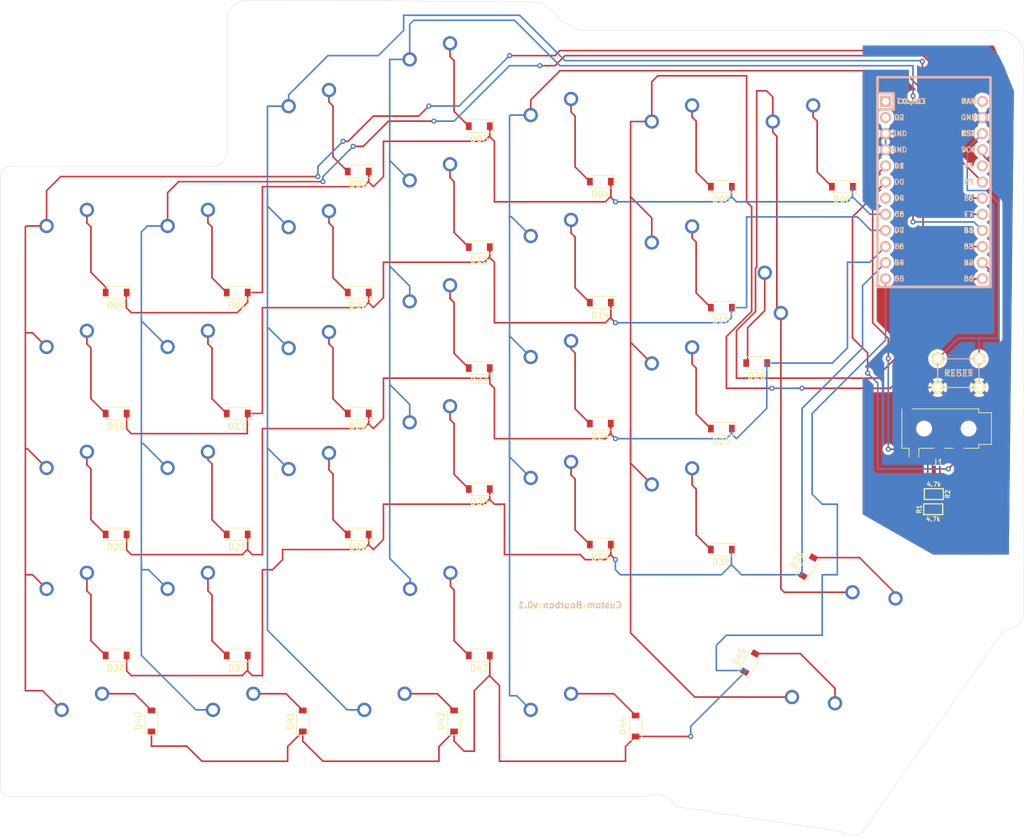
<source format=kicad_pcb>
(kicad_pcb (version 20171130) (host pcbnew 5.1.10)
  (layers (0 F.Cu signal) (31 B.Cu signal) (34 B.Paste user) (35 F.Paste user) (36 B.SilkS user) (37 F.SilkS user) (38 B.Mask user) (39 F.Mask user) (44 Edge.Cuts user))
  (net 0 "")
  (net 1 "Net-(D00-Pad2)")
  (net 2 row0)
  (net 3 "Net-(D01-Pad2)")
  (net 4 "Net-(D02-Pad2)")
  (net 5 "Net-(D03-Pad2)")
  (net 6 "Net-(D04-Pad2)")
  (net 7 "Net-(D05-Pad2)")
  (net 8 "Net-(D06-Pad2)")
  (net 9 "Net-(D10-Pad2)")
  (net 10 row1)
  (net 11 "Net-(D11-Pad2)")
  (net 12 "Net-(D12-Pad2)")
  (net 13 "Net-(D13-Pad2)")
  (net 14 "Net-(D14-Pad2)")
  (net 15 "Net-(D15-Pad2)")
  (net 16 "Net-(D20-Pad2)")
  (net 17 row2)
  (net 18 "Net-(D21-Pad2)")
  (net 19 "Net-(D22-Pad2)")
  (net 20 "Net-(D23-Pad2)")
  (net 21 "Net-(D24-Pad2)")
  (net 22 "Net-(D25-Pad2)")
  (net 23 "Net-(D26-Pad2)")
  (net 24 "Net-(D30-Pad2)")
  (net 25 row3)
  (net 26 "Net-(D31-Pad2)")
  (net 27 "Net-(D32-Pad2)")
  (net 28 "Net-(D33-Pad2)")
  (net 29 "Net-(D34-Pad2)")
  (net 30 "Net-(D35-Pad2)")
  (net 31 "Net-(D36-Pad2)")
  (net 32 "Net-(D40-Pad2)")
  (net 33 row4)
  (net 34 "Net-(D41-Pad2)")
  (net 35 "Net-(D42-Pad2)")
  (net 36 "Net-(D43-Pad2)")
  (net 37 "Net-(D44-Pad2)")
  (net 38 "Net-(D45-Pad2)")
  (net 39 col0)
  (net 40 col1)
  (net 41 col2)
  (net 42 col3)
  (net 43 col4)
  (net 44 col5)
  (net 45 col6)
  (net 46 VCC)
  (net 47 SDA)
  (net 48 SCL)
  (net 49 GND)
  (net 50 RESET)
  (net 51 "Net-(U1-Pad24)")
  (net 52 "Net-(U1-Pad20)")
  (net 53 "Net-(U1-Pad7)")
  (net 54 DATA)
  (net 55 "Net-(U1-Pad1)")
  (module Keebio-Parts:R_0805 (layer F.Cu) (at -15.77725 82.55 180)
    (fp_text reference R2 (at -2.2 0 90) (layer F.SilkS) (effects (font (size 0.7 0.7))))
    (fp_text value 4.7k (at 0 1.55) (layer F.SilkS) (effects (font (size 0.7 0.7))))
    (pad 1 smd rect (at -0.95 0 180) (size 0.7 1.3) (layers F.Cu F.Paste F.Mask) (net 46 VCC) (clearance 0.1))
    (pad 2 smd rect (at 0.95 0 180) (size 0.7 1.3) (layers F.Cu F.Paste F.Mask) (net 48 SCL) (clearance 0.1))
  )
  (module Connector_Audio:Jack_3.5mm_PJ320D_Horizontal (layer F.Cu) (at -15.08125 72.23125 180)
    (fp_text reference J1 (at 0.05 -5.35) (layer F.SilkS))
    (fp_text value AudioJack4)
    (pad "" np_thru_hole circle (at 2.225 0 180) (size 1.5 1.5) (drill 1.5) (layers *.Cu *.Mask))
    (pad "" np_thru_hole circle (at -4.775 0 180) (size 1.5 1.5) (drill 1.5) (layers *.Cu *.Mask))
    (pad R2 smd rect (at -3.175 -3.25 180) (size 1.2 2.5) (layers F.Cu F.Paste F.Mask) (net 47 SDA))
    (pad R1 smd rect (at -0.175 -3.25 180) (size 1.2 2.5) (layers F.Cu F.Paste F.Mask) (net 46 VCC))
    (pad T smd rect (at 3.825 -3.25 180) (size 1.2 2.5) (layers F.Cu F.Paste F.Mask) (net 48 SCL))
    (pad S smd rect (at 4.925 3.25 180) (size 1.2 2.5) (layers F.Cu F.Paste F.Mask) (net 49 GND))
  )
  (module Diode_SMD:D_SOD-123 (layer F.Cu) (at -44.704 109.093 60)
    (fp_text reference D45 (at 0 -2 60) (layer F.SilkS))
    (fp_text value D_Small)
    (pad 2 smd rect (at 1.65 0 60) (size 0.9 1.2) (layers F.Cu F.Paste F.Mask) (net 38 "Net-(D45-Pad2)"))
    (pad 1 smd rect (at -1.65 0 60) (size 0.9 1.2) (layers F.Cu F.Paste F.Mask) (net 33 row4))
  )
  (module Keebio-Parts:ArduinoProMicro (layer F.Cu) (at -15.748 34.671 270)
    (fp_text reference U1 hide)
    (fp_text value ProMicro hide)
    (fp_text user D2 (at -11.43 5.461) (layer B.SilkS) (effects (font (size 0.8 0.8)) (justify mirror)))
    (fp_text user D0 (at -1.27 5.461) (layer B.SilkS) (effects (font (size 0.8 0.8)) (justify mirror)))
    (fp_text user D1 (at -3.81 5.461) (layer B.SilkS) (effects (font (size 0.8 0.8)) (justify mirror)))
    (fp_text user GND (at -6.35 5.461) (layer B.SilkS) (effects (font (size 0.8 0.8)) (justify mirror)))
    (fp_text user GND (at -8.89 5.461) (layer B.SilkS) (effects (font (size 0.8 0.8)) (justify mirror)))
    (fp_text user D4 (at 1.27 5.461) (layer B.SilkS) (effects (font (size 0.8 0.8)) (justify mirror)))
    (fp_text user C6 (at 3.81 5.461) (layer B.SilkS) (effects (font (size 0.8 0.8)) (justify mirror)))
    (fp_text user D7 (at 6.35 5.461) (layer B.SilkS) (effects (font (size 0.8 0.8)) (justify mirror)))
    (fp_text user E6 (at 8.89 5.461) (layer B.SilkS) (effects (font (size 0.8 0.8)) (justify mirror)))
    (fp_text user B4 (at 11.43 5.461) (layer B.SilkS) (effects (font (size 0.8 0.8)) (justify mirror)))
    (fp_text user B5 (at 13.97 5.461) (layer B.SilkS) (effects (font (size 0.8 0.8)) (justify mirror)))
    (fp_text user B6 (at 13.97 -5.461) (layer B.SilkS) (effects (font (size 0.8 0.8)) (justify mirror)))
    (fp_text user B2 (at 11.43 -5.461) (layer F.SilkS) (effects (font (size 0.8 0.8))))
    (fp_text user B3 (at 8.89 -5.461) (layer B.SilkS) (effects (font (size 0.8 0.8)) (justify mirror)))
    (fp_text user B1 (at 6.35 -5.461) (layer B.SilkS) (effects (font (size 0.8 0.8)) (justify mirror)))
    (fp_text user F7 (at 3.81 -5.461) (layer F.SilkS) (effects (font (size 0.8 0.8))))
    (fp_text user F6 (at 1.27 -5.461) (layer F.SilkS) (effects (font (size 0.8 0.8))))
    (fp_text user F5 (at -1.27 -5.461) (layer F.SilkS) (effects (font (size 0.8 0.8))))
    (fp_text user F4 (at -3.81 -5.461) (layer B.SilkS) (effects (font (size 0.8 0.8)) (justify mirror)))
    (fp_text user VCC (at -6.35 -5.461) (layer B.SilkS) (effects (font (size 0.8 0.8)) (justify mirror)))
    (fp_text user GND (at -11.43 -5.461) (layer B.SilkS) (effects (font (size 0.8 0.8)) (justify mirror)))
    (fp_text user RAW (at -13.97 -5.461) (layer B.SilkS) (effects (font (size 0.8 0.8)) (justify mirror)))
    (fp_text user RAW (at -13.97 -5.461) (layer F.SilkS) (effects (font (size 0.8 0.8))))
    (fp_text user GND (at -11.43 -5.461) (layer F.SilkS) (effects (font (size 0.8 0.8))))
    (fp_text user ST (at -8.92 -5.73312) (layer F.SilkS) (effects (font (size 0.8 0.8))))
    (fp_text user VCC (at -6.35 -5.461) (layer F.SilkS) (effects (font (size 0.8 0.8))))
    (fp_text user F4 (at -3.81 -5.461) (layer F.SilkS) (effects (font (size 0.8 0.8))))
    (fp_text user F5 (at -1.27 -5.461) (layer B.SilkS) (effects (font (size 0.8 0.8)) (justify mirror)))
    (fp_text user F6 (at 1.27 -5.461) (layer B.SilkS) (effects (font (size 0.8 0.8)) (justify mirror)))
    (fp_text user F7 (at 3.81 -5.461) (layer B.SilkS) (effects (font (size 0.8 0.8)) (justify mirror)))
    (fp_text user B1 (at 6.35 -5.461) (layer F.SilkS) (effects (font (size 0.8 0.8))))
    (fp_text user B3 (at 8.89 -5.461) (layer F.SilkS) (effects (font (size 0.8 0.8))))
    (fp_text user B2 (at 11.43 -5.461) (layer B.SilkS) (effects (font (size 0.8 0.8)) (justify mirror)))
    (fp_text user B6 (at 13.97 -5.461) (layer F.SilkS) (effects (font (size 0.8 0.8))))
    (fp_text user B5 (at 13.97 5.461) (layer F.SilkS) (effects (font (size 0.8 0.8))))
    (fp_text user B4 (at 11.43 5.461) (layer F.SilkS) (effects (font (size 0.8 0.8))))
    (fp_text user E6 (at 8.89 5.461) (layer F.SilkS) (effects (font (size 0.8 0.8))))
    (fp_text user D7 (at 6.35 5.461) (layer F.SilkS) (effects (font (size 0.8 0.8))))
    (fp_text user C6 (at 3.81 5.461) (layer F.SilkS) (effects (font (size 0.8 0.8))))
    (fp_text user D4 (at 1.27 5.461) (layer F.SilkS) (effects (font (size 0.8 0.8))))
    (fp_text user GND (at -8.89 5.461) (layer F.SilkS) (effects (font (size 0.8 0.8))))
    (fp_text user GND (at -6.35 5.461) (layer F.SilkS) (effects (font (size 0.8 0.8))))
    (fp_text user D1 (at -3.81 5.461) (layer F.SilkS) (effects (font (size 0.8 0.8))))
    (fp_text user D0 (at -1.27 5.461) (layer F.SilkS) (effects (font (size 0.8 0.8))))
    (fp_text user D2 (at -11.43 5.461) (layer F.SilkS) (effects (font (size 0.8 0.8))))
    (fp_text user TX0/D3 (at -13.97 3.571872) (layer B.SilkS) (effects (font (size 0.8 0.8)) (justify mirror)))
    (fp_text user TX0/D3 (at -13.97 3.571872) (layer F.SilkS) (effects (font (size 0.8 0.8))))
    (fp_text user ST (at -8.91 -5.04) (layer B.SilkS) (effects (font (size 0.8 0.8)) (justify mirror)))
    (pad 1 thru_hole rect (at -13.97 7.62 270) (size 1.7526 1.7526) (drill 1.0922) (layers *.Cu *.SilkS *.Mask) (net 55 "Net-(U1-Pad1)"))
    (pad 2 thru_hole circle (at -11.43 7.62 270) (size 1.7526 1.7526) (drill 1.0922) (layers *.Cu *.SilkS *.Mask) (net 54 DATA))
    (pad 3 thru_hole circle (at -8.89 7.62 270) (size 1.7526 1.7526) (drill 1.0922) (layers *.Cu *.SilkS *.Mask) (net 49 GND))
    (pad 4 thru_hole circle (at -6.35 7.62 270) (size 1.7526 1.7526) (drill 1.0922) (layers *.Cu *.SilkS *.Mask) (net 49 GND))
    (pad 5 thru_hole circle (at -3.81 7.62 270) (size 1.7526 1.7526) (drill 1.0922) (layers *.Cu *.SilkS *.Mask) (net 47 SDA))
    (pad 6 thru_hole circle (at -1.27 7.62 270) (size 1.7526 1.7526) (drill 1.0922) (layers *.Cu *.SilkS *.Mask) (net 48 SCL))
    (pad 7 thru_hole circle (at 1.27 7.62 270) (size 1.7526 1.7526) (drill 1.0922) (layers *.Cu *.SilkS *.Mask) (net 53 "Net-(U1-Pad7)"))
    (pad 8 thru_hole circle (at 3.81 7.62 270) (size 1.7526 1.7526) (drill 1.0922) (layers *.Cu *.SilkS *.Mask) (net 2 row0))
    (pad 9 thru_hole circle (at 6.35 7.62 270) (size 1.7526 1.7526) (drill 1.0922) (layers *.Cu *.SilkS *.Mask) (net 10 row1))
    (pad 10 thru_hole circle (at 8.89 7.62 270) (size 1.7526 1.7526) (drill 1.0922) (layers *.Cu *.SilkS *.Mask) (net 17 row2))
    (pad 11 thru_hole circle (at 11.43 7.62 270) (size 1.7526 1.7526) (drill 1.0922) (layers *.Cu *.SilkS *.Mask) (net 25 row3))
    (pad 13 thru_hole circle (at 13.97 -7.62 270) (size 1.7526 1.7526) (drill 1.0922) (layers *.Cu *.SilkS *.Mask) (net 45 col6))
    (pad 14 thru_hole circle (at 11.43 -7.62 270) (size 1.7526 1.7526) (drill 1.0922) (layers *.Cu *.SilkS *.Mask) (net 44 col5))
    (pad 15 thru_hole circle (at 8.89 -7.62 270) (size 1.7526 1.7526) (drill 1.0922) (layers *.Cu *.SilkS *.Mask) (net 43 col4))
    (pad 16 thru_hole circle (at 6.35 -7.62 270) (size 1.7526 1.7526) (drill 1.0922) (layers *.Cu *.SilkS *.Mask) (net 42 col3))
    (pad 17 thru_hole circle (at 3.81 -7.62 270) (size 1.7526 1.7526) (drill 1.0922) (layers *.Cu *.SilkS *.Mask) (net 41 col2))
    (pad 18 thru_hole circle (at 1.27 -7.62 270) (size 1.7526 1.7526) (drill 1.0922) (layers *.Cu *.SilkS *.Mask) (net 40 col1))
    (pad 19 thru_hole circle (at -1.27 -7.62 270) (size 1.7526 1.7526) (drill 1.0922) (layers *.Cu *.SilkS *.Mask) (net 39 col0))
    (pad 20 thru_hole circle (at -3.81 -7.62 270) (size 1.7526 1.7526) (drill 1.0922) (layers *.Cu *.SilkS *.Mask) (net 52 "Net-(U1-Pad20)"))
    (pad 21 thru_hole circle (at -6.35 -7.62 270) (size 1.7526 1.7526) (drill 1.0922) (layers *.Cu *.SilkS *.Mask) (net 46 VCC))
    (pad 22 thru_hole circle (at -8.89 -7.62 270) (size 1.7526 1.7526) (drill 1.0922) (layers *.Cu *.SilkS *.Mask) (net 50 RESET))
    (pad 23 thru_hole circle (at -11.43 -7.62 270) (size 1.7526 1.7526) (drill 1.0922) (layers *.Cu *.SilkS *.Mask) (net 49 GND))
    (pad 12 thru_hole circle (at 13.97 7.62 270) (size 1.7526 1.7526) (drill 1.0922) (layers *.Cu *.SilkS *.Mask) (net 33 row4))
    (pad 24 thru_hole circle (at -13.97 -7.62 270) (size 1.7526 1.7526) (drill 1.0922) (layers *.Cu *.SilkS *.Mask) (net 51 "Net-(U1-Pad24)"))
  )
  (module kbd:ResetSW_4P (layer F.Cu) (at -11.90625 63.5)
    (fp_text reference SW1 hide)
    (fp_text value SW_Push)
    (fp_text user RESET (at 0 0) (layer F.SilkS))
    (fp_text user RESET (at 0.127 0) (layer B.SilkS) (effects (justify mirror)))
    (pad 2 thru_hole circle (at 3.25 2.25) (size 2 2) (drill 1.3) (layers *.Cu *.Mask F.SilkS) (net 49 GND))
    (pad 2 thru_hole circle (at -3.25 2.25) (size 2 2) (drill 1.3) (layers *.Cu *.Mask F.SilkS) (net 49 GND))
    (pad 1 thru_hole circle (at -3.25 -2.25) (size 2 2) (drill 1.3) (layers *.Cu *.Mask F.SilkS) (net 50 RESET))
    (pad 1 thru_hole circle (at 3.25 -2.25) (size 2 2) (drill 1.3) (layers *.Cu *.Mask F.SilkS) (net 50 RESET))
  )
  (module Keebio-Parts:R_0805 (layer F.Cu) (at -15.875 84.93125)
    (fp_text reference R1 (at -2.2 0 90) (layer F.SilkS) (effects (font (size 0.7 0.7))))
    (fp_text value 4.7k (at 0 1.55) (layer F.SilkS) (effects (font (size 0.7 0.7))))
    (pad 1 smd rect (at -0.95 0) (size 0.7 1.3) (layers F.Cu F.Paste F.Mask) (net 46 VCC) (clearance 0.1))
    (pad 2 smd rect (at 0.95 0) (size 0.7 1.3) (layers F.Cu F.Paste F.Mask) (net 47 SDA) (clearance 0.1))
  )
  (module MX_Only:MXOnly-1.5U-NoLED (layer F.Cu) (at -36.068 118.618 330)
    (fp_text reference MX45)
    (fp_text value MX-NoLED)
    (pad 2 thru_hole circle (at 2.54 -5.08 330) (size 2.25 2.25) (drill 1.47) (layers *.Cu B.Mask) (net 38 "Net-(D45-Pad2)"))
    (pad "" np_thru_hole circle (at 0 0 330) (size 3.9878 3.9878) (drill 3.9878) (layers *.Cu *.Mask))
    (pad 1 thru_hole circle (at -3.81 -2.54 330) (size 2.25 2.25) (drill 1.47) (layers *.Cu B.Mask) (net 44 col5))
    (pad "" np_thru_hole circle (at -5.08 0 18.0996) (size 1.75 1.75) (drill 1.75) (layers *.Cu *.Mask))
    (pad "" np_thru_hole circle (at 5.08 0 18.0996) (size 1.75 1.75) (drill 1.75) (layers *.Cu *.Mask))
  )
  (module MX_Only:MXOnly-1.5U-NoLED (layer F.Cu) (at -75.40625 119.0625)
    (fp_text reference MX44)
    (fp_text value MX-NoLED)
    (pad 2 thru_hole circle (at 2.54 -5.08) (size 2.25 2.25) (drill 1.47) (layers *.Cu B.Mask) (net 37 "Net-(D44-Pad2)"))
    (pad "" np_thru_hole circle (at 0 0) (size 3.9878 3.9878) (drill 3.9878) (layers *.Cu *.Mask))
    (pad 1 thru_hole circle (at -3.81 -2.54) (size 2.25 2.25) (drill 1.47) (layers *.Cu B.Mask) (net 43 col4))
    (pad "" np_thru_hole circle (at -5.08 0 48.0996) (size 1.75 1.75) (drill 1.75) (layers *.Cu *.Mask))
    (pad "" np_thru_hole circle (at 5.08 0 48.0996) (size 1.75 1.75) (drill 1.75) (layers *.Cu *.Mask))
  )
  (module MX_Only:MXOnly-1U-NoLED (layer F.Cu) (at -94.39275 100.0245)
    (fp_text reference MX43)
    (fp_text value MX-NoLED)
    (pad 2 thru_hole circle (at 2.54 -5.08) (size 2.25 2.25) (drill 1.47) (layers *.Cu B.Mask) (net 36 "Net-(D43-Pad2)"))
    (pad "" np_thru_hole circle (at 0 0) (size 3.9878 3.9878) (drill 3.9878) (layers *.Cu *.Mask))
    (pad 1 thru_hole circle (at -3.81 -2.54) (size 2.25 2.25) (drill 1.47) (layers *.Cu B.Mask) (net 42 col3))
    (pad "" np_thru_hole circle (at -5.08 0 48.0996) (size 1.75 1.75) (drill 1.75) (layers *.Cu *.Mask))
    (pad "" np_thru_hole circle (at 5.08 0 48.0996) (size 1.75 1.75) (drill 1.75) (layers *.Cu *.Mask))
  )
  (module MX_Only:MXOnly-1.25U-NoLED (layer F.Cu) (at -101.6 119.0625)
    (fp_text reference MX42)
    (fp_text value MX-NoLED)
    (pad 2 thru_hole circle (at 2.54 -5.08) (size 2.25 2.25) (drill 1.47) (layers *.Cu B.Mask) (net 35 "Net-(D42-Pad2)"))
    (pad "" np_thru_hole circle (at 0 0) (size 3.9878 3.9878) (drill 3.9878) (layers *.Cu *.Mask))
    (pad 1 thru_hole circle (at -3.81 -2.54) (size 2.25 2.25) (drill 1.47) (layers *.Cu B.Mask) (net 41 col2))
    (pad "" np_thru_hole circle (at -5.08 0 48.0996) (size 1.75 1.75) (drill 1.75) (layers *.Cu *.Mask))
    (pad "" np_thru_hole circle (at 5.08 0 48.0996) (size 1.75 1.75) (drill 1.75) (layers *.Cu *.Mask))
  )
  (module MX_Only:MXOnly-1.25U-NoLED (layer F.Cu) (at -125.4125 119.0625)
    (fp_text reference MX41)
    (fp_text value MX-NoLED)
    (pad 2 thru_hole circle (at 2.54 -5.08) (size 2.25 2.25) (drill 1.47) (layers *.Cu B.Mask) (net 34 "Net-(D41-Pad2)"))
    (pad "" np_thru_hole circle (at 0 0) (size 3.9878 3.9878) (drill 3.9878) (layers *.Cu *.Mask))
    (pad 1 thru_hole circle (at -3.81 -2.54) (size 2.25 2.25) (drill 1.47) (layers *.Cu B.Mask) (net 40 col1))
    (pad "" np_thru_hole circle (at -5.08 0 48.0996) (size 1.75 1.75) (drill 1.75) (layers *.Cu *.Mask))
    (pad "" np_thru_hole circle (at 5.08 0 48.0996) (size 1.75 1.75) (drill 1.75) (layers *.Cu *.Mask))
  )
  (module MX_Only:MXOnly-1.25U-NoLED (layer F.Cu) (at -149.225 119.0625)
    (fp_text reference MX40)
    (fp_text value MX-NoLED)
    (pad 2 thru_hole circle (at 2.54 -5.08) (size 2.25 2.25) (drill 1.47) (layers *.Cu B.Mask) (net 32 "Net-(D40-Pad2)"))
    (pad "" np_thru_hole circle (at 0 0) (size 3.9878 3.9878) (drill 3.9878) (layers *.Cu *.Mask))
    (pad 1 thru_hole circle (at -3.81 -2.54) (size 2.25 2.25) (drill 1.47) (layers *.Cu B.Mask) (net 39 col0))
    (pad "" np_thru_hole circle (at -5.08 0 48.0996) (size 1.75 1.75) (drill 1.75) (layers *.Cu *.Mask))
    (pad "" np_thru_hole circle (at 5.08 0 48.0996) (size 1.75 1.75) (drill 1.75) (layers *.Cu *.Mask))
  )
  (module MX_Only:MXOnly-1.5U-NoLED (layer F.Cu) (at -26.543 102.108 330)
    (fp_text reference MX36)
    (fp_text value MX-NoLED)
    (pad 2 thru_hole circle (at 2.54 -5.08 330) (size 2.25 2.25) (drill 1.47) (layers *.Cu B.Mask) (net 31 "Net-(D36-Pad2)"))
    (pad "" np_thru_hole circle (at 0 0 330) (size 3.9878 3.9878) (drill 3.9878) (layers *.Cu *.Mask))
    (pad 1 thru_hole circle (at -3.81 -2.54 330) (size 2.25 2.25) (drill 1.47) (layers *.Cu B.Mask) (net 45 col6))
    (pad "" np_thru_hole circle (at -5.08 0 18.0996) (size 1.75 1.75) (drill 1.75) (layers *.Cu *.Mask))
    (pad "" np_thru_hole circle (at 5.08 0 18.0996) (size 1.75 1.75) (drill 1.75) (layers *.Cu *.Mask))
  )
  (module MX_Only:MXOnly-1U-NoLED (layer F.Cu) (at -56.35625 83.566)
    (fp_text reference MX35)
    (fp_text value MX-NoLED)
    (pad 2 thru_hole circle (at 2.54 -5.08) (size 2.25 2.25) (drill 1.47) (layers *.Cu B.Mask) (net 30 "Net-(D35-Pad2)"))
    (pad "" np_thru_hole circle (at 0 0) (size 3.9878 3.9878) (drill 3.9878) (layers *.Cu *.Mask))
    (pad 1 thru_hole circle (at -3.81 -2.54) (size 2.25 2.25) (drill 1.47) (layers *.Cu B.Mask) (net 44 col5))
    (pad "" np_thru_hole circle (at -5.08 0 48.0996) (size 1.75 1.75) (drill 1.75) (layers *.Cu *.Mask))
    (pad "" np_thru_hole circle (at 5.08 0 48.0996) (size 1.75 1.75) (drill 1.75) (layers *.Cu *.Mask))
  )
  (module MX_Only:MXOnly-1U-NoLED (layer F.Cu) (at -75.40625 82.55)
    (fp_text reference MX34)
    (fp_text value MX-NoLED)
    (pad 2 thru_hole circle (at 2.54 -5.08) (size 2.25 2.25) (drill 1.47) (layers *.Cu B.Mask) (net 29 "Net-(D34-Pad2)"))
    (pad "" np_thru_hole circle (at 0 0) (size 3.9878 3.9878) (drill 3.9878) (layers *.Cu *.Mask))
    (pad 1 thru_hole circle (at -3.81 -2.54) (size 2.25 2.25) (drill 1.47) (layers *.Cu B.Mask) (net 43 col4))
    (pad "" np_thru_hole circle (at -5.08 0 48.0996) (size 1.75 1.75) (drill 1.75) (layers *.Cu *.Mask))
    (pad "" np_thru_hole circle (at 5.08 0 48.0996) (size 1.75 1.75) (drill 1.75) (layers *.Cu *.Mask))
  )
  (module MX_Only:MXOnly-1U-NoLED (layer F.Cu) (at -94.45625 73.787)
    (fp_text reference MX33)
    (fp_text value MX-NoLED)
    (pad 2 thru_hole circle (at 2.54 -5.08) (size 2.25 2.25) (drill 1.47) (layers *.Cu B.Mask) (net 28 "Net-(D33-Pad2)"))
    (pad "" np_thru_hole circle (at 0 0) (size 3.9878 3.9878) (drill 3.9878) (layers *.Cu *.Mask))
    (pad 1 thru_hole circle (at -3.81 -2.54) (size 2.25 2.25) (drill 1.47) (layers *.Cu B.Mask) (net 42 col3))
    (pad "" np_thru_hole circle (at -5.08 0 48.0996) (size 1.75 1.75) (drill 1.75) (layers *.Cu *.Mask))
    (pad "" np_thru_hole circle (at 5.08 0 48.0996) (size 1.75 1.75) (drill 1.75) (layers *.Cu *.Mask))
  )
  (module MX_Only:MXOnly-1U-NoLED (layer F.Cu) (at -113.50625 81.153)
    (fp_text reference MX32)
    (fp_text value MX-NoLED)
    (pad 2 thru_hole circle (at 2.54 -5.08) (size 2.25 2.25) (drill 1.47) (layers *.Cu B.Mask) (net 27 "Net-(D32-Pad2)"))
    (pad "" np_thru_hole circle (at 0 0) (size 3.9878 3.9878) (drill 3.9878) (layers *.Cu *.Mask))
    (pad 1 thru_hole circle (at -3.81 -2.54) (size 2.25 2.25) (drill 1.47) (layers *.Cu B.Mask) (net 41 col2))
    (pad "" np_thru_hole circle (at -5.08 0 48.0996) (size 1.75 1.75) (drill 1.75) (layers *.Cu *.Mask))
    (pad "" np_thru_hole circle (at 5.08 0 48.0996) (size 1.75 1.75) (drill 1.75) (layers *.Cu *.Mask))
  )
  (module MX_Only:MXOnly-1U-NoLED (layer F.Cu) (at -132.55625 100.0125)
    (fp_text reference MX31)
    (fp_text value MX-NoLED)
    (pad 2 thru_hole circle (at 2.54 -5.08) (size 2.25 2.25) (drill 1.47) (layers *.Cu B.Mask) (net 26 "Net-(D31-Pad2)"))
    (pad "" np_thru_hole circle (at 0 0) (size 3.9878 3.9878) (drill 3.9878) (layers *.Cu *.Mask))
    (pad 1 thru_hole circle (at -3.81 -2.54) (size 2.25 2.25) (drill 1.47) (layers *.Cu B.Mask) (net 40 col1))
    (pad "" np_thru_hole circle (at -5.08 0 48.0996) (size 1.75 1.75) (drill 1.75) (layers *.Cu *.Mask))
    (pad "" np_thru_hole circle (at 5.08 0 48.0996) (size 1.75 1.75) (drill 1.75) (layers *.Cu *.Mask))
  )
  (module MX_Only:MXOnly-1U-NoLED (layer F.Cu) (at -151.60625 100.0125)
    (fp_text reference MX30)
    (fp_text value MX-NoLED)
    (pad 2 thru_hole circle (at 2.54 -5.08) (size 2.25 2.25) (drill 1.47) (layers *.Cu B.Mask) (net 24 "Net-(D30-Pad2)"))
    (pad "" np_thru_hole circle (at 0 0) (size 3.9878 3.9878) (drill 3.9878) (layers *.Cu *.Mask))
    (pad 1 thru_hole circle (at -3.81 -2.54) (size 2.25 2.25) (drill 1.47) (layers *.Cu B.Mask) (net 39 col0))
    (pad "" np_thru_hole circle (at -5.08 0 48.0996) (size 1.75 1.75) (drill 1.75) (layers *.Cu *.Mask))
    (pad "" np_thru_hole circle (at 5.08 0 48.0996) (size 1.75 1.75) (drill 1.75) (layers *.Cu *.Mask))
  )
  (module MX_Only:MXOnly-1.5U-NoLED (layer F.Cu) (at -37.30625 50.2285 90)
    (fp_text reference MX26)
    (fp_text value MX-NoLED)
    (pad 2 thru_hole circle (at 2.54 -5.08 90) (size 2.25 2.25) (drill 1.47) (layers *.Cu B.Mask) (net 23 "Net-(D26-Pad2)"))
    (pad "" np_thru_hole circle (at 0 0 90) (size 3.9878 3.9878) (drill 3.9878) (layers *.Cu *.Mask))
    (pad 1 thru_hole circle (at -3.81 -2.54 90) (size 2.25 2.25) (drill 1.47) (layers *.Cu B.Mask) (net 45 col6))
    (pad "" np_thru_hole circle (at -5.08 0 138.0996) (size 1.75 1.75) (drill 1.75) (layers *.Cu *.Mask))
    (pad "" np_thru_hole circle (at 5.08 0 138.0996) (size 1.75 1.75) (drill 1.75) (layers *.Cu *.Mask))
  )
  (module MX_Only:MXOnly-1U-NoLED (layer F.Cu) (at -56.35625 64.516)
    (fp_text reference MX25)
    (fp_text value MX-NoLED)
    (pad 2 thru_hole circle (at 2.54 -5.08) (size 2.25 2.25) (drill 1.47) (layers *.Cu B.Mask) (net 22 "Net-(D25-Pad2)"))
    (pad "" np_thru_hole circle (at 0 0) (size 3.9878 3.9878) (drill 3.9878) (layers *.Cu *.Mask))
    (pad 1 thru_hole circle (at -3.81 -2.54) (size 2.25 2.25) (drill 1.47) (layers *.Cu B.Mask) (net 44 col5))
    (pad "" np_thru_hole circle (at -5.08 0 48.0996) (size 1.75 1.75) (drill 1.75) (layers *.Cu *.Mask))
    (pad "" np_thru_hole circle (at 5.08 0 48.0996) (size 1.75 1.75) (drill 1.75) (layers *.Cu *.Mask))
  )
  (module MX_Only:MXOnly-1U-NoLED (layer F.Cu) (at -75.40625 63.5)
    (fp_text reference MX24)
    (fp_text value MX-NoLED)
    (pad 2 thru_hole circle (at 2.54 -5.08) (size 2.25 2.25) (drill 1.47) (layers *.Cu B.Mask) (net 21 "Net-(D24-Pad2)"))
    (pad "" np_thru_hole circle (at 0 0) (size 3.9878 3.9878) (drill 3.9878) (layers *.Cu *.Mask))
    (pad 1 thru_hole circle (at -3.81 -2.54) (size 2.25 2.25) (drill 1.47) (layers *.Cu B.Mask) (net 43 col4))
    (pad "" np_thru_hole circle (at -5.08 0 48.0996) (size 1.75 1.75) (drill 1.75) (layers *.Cu *.Mask))
    (pad "" np_thru_hole circle (at 5.08 0 48.0996) (size 1.75 1.75) (drill 1.75) (layers *.Cu *.Mask))
  )
  (module MX_Only:MXOnly-1U-NoLED (layer F.Cu) (at -94.45625 54.737)
    (fp_text reference MX23)
    (fp_text value MX-NoLED)
    (pad 2 thru_hole circle (at 2.54 -5.08) (size 2.25 2.25) (drill 1.47) (layers *.Cu B.Mask) (net 20 "Net-(D23-Pad2)"))
    (pad "" np_thru_hole circle (at 0 0) (size 3.9878 3.9878) (drill 3.9878) (layers *.Cu *.Mask))
    (pad 1 thru_hole circle (at -3.81 -2.54) (size 2.25 2.25) (drill 1.47) (layers *.Cu B.Mask) (net 42 col3))
    (pad "" np_thru_hole circle (at -5.08 0 48.0996) (size 1.75 1.75) (drill 1.75) (layers *.Cu *.Mask))
    (pad "" np_thru_hole circle (at 5.08 0 48.0996) (size 1.75 1.75) (drill 1.75) (layers *.Cu *.Mask))
  )
  (module MX_Only:MXOnly-1U-NoLED (layer F.Cu) (at -113.50625 62.103)
    (fp_text reference MX22)
    (fp_text value MX-NoLED)
    (pad 2 thru_hole circle (at 2.54 -5.08) (size 2.25 2.25) (drill 1.47) (layers *.Cu B.Mask) (net 19 "Net-(D22-Pad2)"))
    (pad "" np_thru_hole circle (at 0 0) (size 3.9878 3.9878) (drill 3.9878) (layers *.Cu *.Mask))
    (pad 1 thru_hole circle (at -3.81 -2.54) (size 2.25 2.25) (drill 1.47) (layers *.Cu B.Mask) (net 41 col2))
    (pad "" np_thru_hole circle (at -5.08 0 48.0996) (size 1.75 1.75) (drill 1.75) (layers *.Cu *.Mask))
    (pad "" np_thru_hole circle (at 5.08 0 48.0996) (size 1.75 1.75) (drill 1.75) (layers *.Cu *.Mask))
  )
  (module MX_Only:MXOnly-1U-NoLED (layer F.Cu) (at -132.55625 80.9625)
    (fp_text reference MX21)
    (fp_text value MX-NoLED)
    (pad 2 thru_hole circle (at 2.54 -5.08) (size 2.25 2.25) (drill 1.47) (layers *.Cu B.Mask) (net 18 "Net-(D21-Pad2)"))
    (pad "" np_thru_hole circle (at 0 0) (size 3.9878 3.9878) (drill 3.9878) (layers *.Cu *.Mask))
    (pad 1 thru_hole circle (at -3.81 -2.54) (size 2.25 2.25) (drill 1.47) (layers *.Cu B.Mask) (net 40 col1))
    (pad "" np_thru_hole circle (at -5.08 0 48.0996) (size 1.75 1.75) (drill 1.75) (layers *.Cu *.Mask))
    (pad "" np_thru_hole circle (at 5.08 0 48.0996) (size 1.75 1.75) (drill 1.75) (layers *.Cu *.Mask))
  )
  (module MX_Only:MXOnly-1U-NoLED (layer F.Cu) (at -151.60625 80.9625)
    (fp_text reference MX20)
    (fp_text value MX-NoLED)
    (pad 2 thru_hole circle (at 2.54 -5.08) (size 2.25 2.25) (drill 1.47) (layers *.Cu B.Mask) (net 16 "Net-(D20-Pad2)"))
    (pad "" np_thru_hole circle (at 0 0) (size 3.9878 3.9878) (drill 3.9878) (layers *.Cu *.Mask))
    (pad 1 thru_hole circle (at -3.81 -2.54) (size 2.25 2.25) (drill 1.47) (layers *.Cu B.Mask) (net 39 col0))
    (pad "" np_thru_hole circle (at -5.08 0 48.0996) (size 1.75 1.75) (drill 1.75) (layers *.Cu *.Mask))
    (pad "" np_thru_hole circle (at 5.08 0 48.0996) (size 1.75 1.75) (drill 1.75) (layers *.Cu *.Mask))
  )
  (module MX_Only:MXOnly-1U-NoLED (layer F.Cu) (at -56.35625 45.466)
    (fp_text reference MX15)
    (fp_text value MX-NoLED)
    (pad 2 thru_hole circle (at 2.54 -5.08) (size 2.25 2.25) (drill 1.47) (layers *.Cu B.Mask) (net 15 "Net-(D15-Pad2)"))
    (pad "" np_thru_hole circle (at 0 0) (size 3.9878 3.9878) (drill 3.9878) (layers *.Cu *.Mask))
    (pad 1 thru_hole circle (at -3.81 -2.54) (size 2.25 2.25) (drill 1.47) (layers *.Cu B.Mask) (net 44 col5))
    (pad "" np_thru_hole circle (at -5.08 0 48.0996) (size 1.75 1.75) (drill 1.75) (layers *.Cu *.Mask))
    (pad "" np_thru_hole circle (at 5.08 0 48.0996) (size 1.75 1.75) (drill 1.75) (layers *.Cu *.Mask))
  )
  (module MX_Only:MXOnly-1U-NoLED (layer F.Cu) (at -75.40625 44.45)
    (fp_text reference MX14)
    (fp_text value MX-NoLED)
    (pad 2 thru_hole circle (at 2.54 -5.08) (size 2.25 2.25) (drill 1.47) (layers *.Cu B.Mask) (net 14 "Net-(D14-Pad2)"))
    (pad "" np_thru_hole circle (at 0 0) (size 3.9878 3.9878) (drill 3.9878) (layers *.Cu *.Mask))
    (pad 1 thru_hole circle (at -3.81 -2.54) (size 2.25 2.25) (drill 1.47) (layers *.Cu B.Mask) (net 43 col4))
    (pad "" np_thru_hole circle (at -5.08 0 48.0996) (size 1.75 1.75) (drill 1.75) (layers *.Cu *.Mask))
    (pad "" np_thru_hole circle (at 5.08 0 48.0996) (size 1.75 1.75) (drill 1.75) (layers *.Cu *.Mask))
  )
  (module MX_Only:MXOnly-1U-NoLED (layer F.Cu) (at -94.45625 35.687)
    (fp_text reference MX13)
    (fp_text value MX-NoLED)
    (pad 2 thru_hole circle (at 2.54 -5.08) (size 2.25 2.25) (drill 1.47) (layers *.Cu B.Mask) (net 13 "Net-(D13-Pad2)"))
    (pad "" np_thru_hole circle (at 0 0) (size 3.9878 3.9878) (drill 3.9878) (layers *.Cu *.Mask))
    (pad 1 thru_hole circle (at -3.81 -2.54) (size 2.25 2.25) (drill 1.47) (layers *.Cu B.Mask) (net 42 col3))
    (pad "" np_thru_hole circle (at -5.08 0 48.0996) (size 1.75 1.75) (drill 1.75) (layers *.Cu *.Mask))
    (pad "" np_thru_hole circle (at 5.08 0 48.0996) (size 1.75 1.75) (drill 1.75) (layers *.Cu *.Mask))
  )
  (module MX_Only:MXOnly-1U-NoLED (layer F.Cu) (at -113.50625 43.053)
    (fp_text reference MX12)
    (fp_text value MX-NoLED)
    (pad 2 thru_hole circle (at 2.54 -5.08) (size 2.25 2.25) (drill 1.47) (layers *.Cu B.Mask) (net 12 "Net-(D12-Pad2)"))
    (pad "" np_thru_hole circle (at 0 0) (size 3.9878 3.9878) (drill 3.9878) (layers *.Cu *.Mask))
    (pad 1 thru_hole circle (at -3.81 -2.54) (size 2.25 2.25) (drill 1.47) (layers *.Cu B.Mask) (net 41 col2))
    (pad "" np_thru_hole circle (at -5.08 0 48.0996) (size 1.75 1.75) (drill 1.75) (layers *.Cu *.Mask))
    (pad "" np_thru_hole circle (at 5.08 0 48.0996) (size 1.75 1.75) (drill 1.75) (layers *.Cu *.Mask))
  )
  (module MX_Only:MXOnly-1U-NoLED (layer F.Cu) (at -132.55625 61.9125)
    (fp_text reference MX11)
    (fp_text value MX-NoLED)
    (pad 2 thru_hole circle (at 2.54 -5.08) (size 2.25 2.25) (drill 1.47) (layers *.Cu B.Mask) (net 11 "Net-(D11-Pad2)"))
    (pad "" np_thru_hole circle (at 0 0) (size 3.9878 3.9878) (drill 3.9878) (layers *.Cu *.Mask))
    (pad 1 thru_hole circle (at -3.81 -2.54) (size 2.25 2.25) (drill 1.47) (layers *.Cu B.Mask) (net 40 col1))
    (pad "" np_thru_hole circle (at -5.08 0 48.0996) (size 1.75 1.75) (drill 1.75) (layers *.Cu *.Mask))
    (pad "" np_thru_hole circle (at 5.08 0 48.0996) (size 1.75 1.75) (drill 1.75) (layers *.Cu *.Mask))
  )
  (module MX_Only:MXOnly-1U-NoLED (layer F.Cu) (at -151.60625 61.9125)
    (fp_text reference MX10)
    (fp_text value MX-NoLED)
    (pad 2 thru_hole circle (at 2.54 -5.08) (size 2.25 2.25) (drill 1.47) (layers *.Cu B.Mask) (net 9 "Net-(D10-Pad2)"))
    (pad "" np_thru_hole circle (at 0 0) (size 3.9878 3.9878) (drill 3.9878) (layers *.Cu *.Mask))
    (pad 1 thru_hole circle (at -3.81 -2.54) (size 2.25 2.25) (drill 1.47) (layers *.Cu B.Mask) (net 39 col0))
    (pad "" np_thru_hole circle (at -5.08 0 48.0996) (size 1.75 1.75) (drill 1.75) (layers *.Cu *.Mask))
    (pad "" np_thru_hole circle (at 5.08 0 48.0996) (size 1.75 1.75) (drill 1.75) (layers *.Cu *.Mask))
  )
  (module MX_Only:MXOnly-1U-NoLED (layer F.Cu) (at -37.30625 26.416)
    (fp_text reference MX06)
    (fp_text value MX-NoLED)
    (pad 2 thru_hole circle (at 2.54 -5.08) (size 2.25 2.25) (drill 1.47) (layers *.Cu B.Mask) (net 8 "Net-(D06-Pad2)"))
    (pad "" np_thru_hole circle (at 0 0) (size 3.9878 3.9878) (drill 3.9878) (layers *.Cu *.Mask))
    (pad 1 thru_hole circle (at -3.81 -2.54) (size 2.25 2.25) (drill 1.47) (layers *.Cu B.Mask) (net 45 col6))
    (pad "" np_thru_hole circle (at -5.08 0 48.0996) (size 1.75 1.75) (drill 1.75) (layers *.Cu *.Mask))
    (pad "" np_thru_hole circle (at 5.08 0 48.0996) (size 1.75 1.75) (drill 1.75) (layers *.Cu *.Mask))
  )
  (module MX_Only:MXOnly-1U-NoLED (layer F.Cu) (at -56.35625 26.416)
    (fp_text reference MX05)
    (fp_text value MX-NoLED)
    (pad 2 thru_hole circle (at 2.54 -5.08) (size 2.25 2.25) (drill 1.47) (layers *.Cu B.Mask) (net 7 "Net-(D05-Pad2)"))
    (pad "" np_thru_hole circle (at 0 0) (size 3.9878 3.9878) (drill 3.9878) (layers *.Cu *.Mask))
    (pad 1 thru_hole circle (at -3.81 -2.54) (size 2.25 2.25) (drill 1.47) (layers *.Cu B.Mask) (net 44 col5))
    (pad "" np_thru_hole circle (at -5.08 0 48.0996) (size 1.75 1.75) (drill 1.75) (layers *.Cu *.Mask))
    (pad "" np_thru_hole circle (at 5.08 0 48.0996) (size 1.75 1.75) (drill 1.75) (layers *.Cu *.Mask))
  )
  (module MX_Only:MXOnly-1U-NoLED (layer F.Cu) (at -75.40625 25.4)
    (fp_text reference MX04)
    (fp_text value MX-NoLED)
    (pad 2 thru_hole circle (at 2.54 -5.08) (size 2.25 2.25) (drill 1.47) (layers *.Cu B.Mask) (net 6 "Net-(D04-Pad2)"))
    (pad "" np_thru_hole circle (at 0 0) (size 3.9878 3.9878) (drill 3.9878) (layers *.Cu *.Mask))
    (pad 1 thru_hole circle (at -3.81 -2.54) (size 2.25 2.25) (drill 1.47) (layers *.Cu B.Mask) (net 43 col4))
    (pad "" np_thru_hole circle (at -5.08 0 48.0996) (size 1.75 1.75) (drill 1.75) (layers *.Cu *.Mask))
    (pad "" np_thru_hole circle (at 5.08 0 48.0996) (size 1.75 1.75) (drill 1.75) (layers *.Cu *.Mask))
  )
  (module MX_Only:MXOnly-1U-NoLED (layer F.Cu) (at -94.45625 16.637)
    (fp_text reference MX03)
    (fp_text value MX-NoLED)
    (pad 2 thru_hole circle (at 2.54 -5.08) (size 2.25 2.25) (drill 1.47) (layers *.Cu B.Mask) (net 5 "Net-(D03-Pad2)"))
    (pad "" np_thru_hole circle (at 0 0) (size 3.9878 3.9878) (drill 3.9878) (layers *.Cu *.Mask))
    (pad 1 thru_hole circle (at -3.81 -2.54) (size 2.25 2.25) (drill 1.47) (layers *.Cu B.Mask) (net 42 col3))
    (pad "" np_thru_hole circle (at -5.08 0 48.0996) (size 1.75 1.75) (drill 1.75) (layers *.Cu *.Mask))
    (pad "" np_thru_hole circle (at 5.08 0 48.0996) (size 1.75 1.75) (drill 1.75) (layers *.Cu *.Mask))
  )
  (module MX_Only:MXOnly-1U-NoLED (layer F.Cu) (at -113.50625 24.003)
    (fp_text reference MX02)
    (fp_text value MX-NoLED)
    (pad 2 thru_hole circle (at 2.54 -5.08) (size 2.25 2.25) (drill 1.47) (layers *.Cu B.Mask) (net 4 "Net-(D02-Pad2)"))
    (pad "" np_thru_hole circle (at 0 0) (size 3.9878 3.9878) (drill 3.9878) (layers *.Cu *.Mask))
    (pad 1 thru_hole circle (at -3.81 -2.54) (size 2.25 2.25) (drill 1.47) (layers *.Cu B.Mask) (net 41 col2))
    (pad "" np_thru_hole circle (at -5.08 0 48.0996) (size 1.75 1.75) (drill 1.75) (layers *.Cu *.Mask))
    (pad "" np_thru_hole circle (at 5.08 0 48.0996) (size 1.75 1.75) (drill 1.75) (layers *.Cu *.Mask))
  )
  (module MX_Only:MXOnly-1U-NoLED (layer F.Cu) (at -132.55625 42.8625)
    (fp_text reference MX01)
    (fp_text value MX-NoLED)
    (pad 2 thru_hole circle (at 2.54 -5.08) (size 2.25 2.25) (drill 1.47) (layers *.Cu B.Mask) (net 3 "Net-(D01-Pad2)"))
    (pad "" np_thru_hole circle (at 0 0) (size 3.9878 3.9878) (drill 3.9878) (layers *.Cu *.Mask))
    (pad 1 thru_hole circle (at -3.81 -2.54) (size 2.25 2.25) (drill 1.47) (layers *.Cu B.Mask) (net 40 col1))
    (pad "" np_thru_hole circle (at -5.08 0 48.0996) (size 1.75 1.75) (drill 1.75) (layers *.Cu *.Mask))
    (pad "" np_thru_hole circle (at 5.08 0 48.0996) (size 1.75 1.75) (drill 1.75) (layers *.Cu *.Mask))
  )
  (module MX_Only:MXOnly-1U-NoLED (layer F.Cu) (at -151.60625 42.8625)
    (fp_text reference MX00)
    (fp_text value MX-NoLED)
    (pad 2 thru_hole circle (at 2.54 -5.08) (size 2.25 2.25) (drill 1.47) (layers *.Cu B.Mask) (net 1 "Net-(D00-Pad2)"))
    (pad "" np_thru_hole circle (at 0 0) (size 3.9878 3.9878) (drill 3.9878) (layers *.Cu *.Mask))
    (pad 1 thru_hole circle (at -3.81 -2.54) (size 2.25 2.25) (drill 1.47) (layers *.Cu B.Mask) (net 39 col0))
    (pad "" np_thru_hole circle (at -5.08 0 48.0996) (size 1.75 1.75) (drill 1.75) (layers *.Cu *.Mask))
    (pad "" np_thru_hole circle (at 5.08 0 48.0996) (size 1.75 1.75) (drill 1.75) (layers *.Cu *.Mask))
  )
  (module Diode_SMD:D_SOD-123 (layer F.Cu) (at -62.70625 119.0625 90)
    (fp_text reference D44 (at 0 -2 90) (layer F.SilkS))
    (fp_text value D_Small)
    (pad 2 smd rect (at 1.65 0 90) (size 0.9 1.2) (layers F.Cu F.Paste F.Mask) (net 37 "Net-(D44-Pad2)"))
    (pad 1 smd rect (at -1.65 0 90) (size 0.9 1.2) (layers F.Cu F.Paste F.Mask) (net 33 row4))
  )
  (module Diode_SMD:D_SOD-123 (layer F.Cu) (at -87.3125 107.95 180)
    (fp_text reference D43 (at 0 -2) (layer F.SilkS))
    (fp_text value D_Small)
    (pad 2 smd rect (at 1.65 0 180) (size 0.9 1.2) (layers F.Cu F.Paste F.Mask) (net 36 "Net-(D43-Pad2)"))
    (pad 1 smd rect (at -1.65 0 180) (size 0.9 1.2) (layers F.Cu F.Paste F.Mask) (net 33 row4))
  )
  (module Diode_SMD:D_SOD-123 (layer F.Cu) (at -91.28125 118.26875 90)
    (fp_text reference D42 (at 0 -2 90) (layer F.SilkS))
    (fp_text value D_Small)
    (pad 2 smd rect (at 1.65 0 90) (size 0.9 1.2) (layers F.Cu F.Paste F.Mask) (net 35 "Net-(D42-Pad2)"))
    (pad 1 smd rect (at -1.65 0 90) (size 0.9 1.2) (layers F.Cu F.Paste F.Mask) (net 33 row4))
  )
  (module Diode_SMD:D_SOD-123 (layer F.Cu) (at -115.09375 118.26875 90)
    (fp_text reference D41 (at 0 -2 90) (layer F.SilkS))
    (fp_text value D_Small)
    (pad 2 smd rect (at 1.65 0 90) (size 0.9 1.2) (layers F.Cu F.Paste F.Mask) (net 34 "Net-(D41-Pad2)"))
    (pad 1 smd rect (at -1.65 0 90) (size 0.9 1.2) (layers F.Cu F.Paste F.Mask) (net 33 row4))
  )
  (module Diode_SMD:D_SOD-123 (layer F.Cu) (at -138.90625 118.26875 90)
    (fp_text reference D40 (at 0 -2 90) (layer F.SilkS))
    (fp_text value D_Small)
    (pad 2 smd rect (at 1.65 0 90) (size 0.9 1.2) (layers F.Cu F.Paste F.Mask) (net 32 "Net-(D40-Pad2)"))
    (pad 1 smd rect (at -1.65 0 90) (size 0.9 1.2) (layers F.Cu F.Paste F.Mask) (net 33 row4))
  )
  (module Diode_SMD:D_SOD-123 (layer F.Cu) (at -35.56 93.98 60)
    (fp_text reference D36 (at 0 -2 60) (layer F.SilkS))
    (fp_text value D_Small)
    (pad 2 smd rect (at 1.65 0 60) (size 0.9 1.2) (layers F.Cu F.Paste F.Mask) (net 31 "Net-(D36-Pad2)"))
    (pad 1 smd rect (at -1.65 0 60) (size 0.9 1.2) (layers F.Cu F.Paste F.Mask) (net 25 row3))
  )
  (module Diode_SMD:D_SOD-123 (layer F.Cu) (at -49.2125 91.28125 180)
    (fp_text reference D35 (at 0 -2) (layer F.SilkS))
    (fp_text value D_Small)
    (pad 2 smd rect (at 1.65 0 180) (size 0.9 1.2) (layers F.Cu F.Paste F.Mask) (net 30 "Net-(D35-Pad2)"))
    (pad 1 smd rect (at -1.65 0 180) (size 0.9 1.2) (layers F.Cu F.Paste F.Mask) (net 25 row3))
  )
  (module Diode_SMD:D_SOD-123 (layer F.Cu) (at -68.2625 90.4875 180)
    (fp_text reference D34 (at 0 -2) (layer F.SilkS))
    (fp_text value D_Small)
    (pad 2 smd rect (at 1.65 0 180) (size 0.9 1.2) (layers F.Cu F.Paste F.Mask) (net 29 "Net-(D34-Pad2)"))
    (pad 1 smd rect (at -1.65 0 180) (size 0.9 1.2) (layers F.Cu F.Paste F.Mask) (net 25 row3))
  )
  (module Diode_SMD:D_SOD-123 (layer F.Cu) (at -87.3125 81.75625 180)
    (fp_text reference D33 (at 0 -2) (layer F.SilkS))
    (fp_text value D_Small)
    (pad 2 smd rect (at 1.65 0 180) (size 0.9 1.2) (layers F.Cu F.Paste F.Mask) (net 28 "Net-(D33-Pad2)"))
    (pad 1 smd rect (at -1.65 0 180) (size 0.9 1.2) (layers F.Cu F.Paste F.Mask) (net 25 row3))
  )
  (module Diode_SMD:D_SOD-123 (layer F.Cu) (at -106.3625 88.9 180)
    (fp_text reference D32 (at 0 -2) (layer F.SilkS))
    (fp_text value D_Small)
    (pad 2 smd rect (at 1.65 0 180) (size 0.9 1.2) (layers F.Cu F.Paste F.Mask) (net 27 "Net-(D32-Pad2)"))
    (pad 1 smd rect (at -1.65 0 180) (size 0.9 1.2) (layers F.Cu F.Paste F.Mask) (net 25 row3))
  )
  (module Diode_SMD:D_SOD-123 (layer F.Cu) (at -125.4125 107.95 180)
    (fp_text reference D31 (at 0 -2) (layer F.SilkS))
    (fp_text value D_Small)
    (pad 2 smd rect (at 1.65 0 180) (size 0.9 1.2) (layers F.Cu F.Paste F.Mask) (net 26 "Net-(D31-Pad2)"))
    (pad 1 smd rect (at -1.65 0 180) (size 0.9 1.2) (layers F.Cu F.Paste F.Mask) (net 25 row3))
  )
  (module Diode_SMD:D_SOD-123 (layer F.Cu) (at -144.4625 107.95 180)
    (fp_text reference D30 (at 0 -2) (layer F.SilkS))
    (fp_text value D_Small)
    (pad 2 smd rect (at 1.65 0 180) (size 0.9 1.2) (layers F.Cu F.Paste F.Mask) (net 24 "Net-(D30-Pad2)"))
    (pad 1 smd rect (at -1.65 0 180) (size 0.9 1.2) (layers F.Cu F.Paste F.Mask) (net 25 row3))
  )
  (module Diode_SMD:D_SOD-123 (layer F.Cu) (at -43.65625 61.9125 180)
    (fp_text reference D26 (at 0 -2) (layer F.SilkS))
    (fp_text value D_Small)
    (pad 2 smd rect (at 1.65 0 180) (size 0.9 1.2) (layers F.Cu F.Paste F.Mask) (net 23 "Net-(D26-Pad2)"))
    (pad 1 smd rect (at -1.65 0 180) (size 0.9 1.2) (layers F.Cu F.Paste F.Mask) (net 17 row2))
  )
  (module Diode_SMD:D_SOD-123 (layer F.Cu) (at -49.2125 72.23125 180)
    (fp_text reference D25 (at 0 -2) (layer F.SilkS))
    (fp_text value D_Small)
    (pad 2 smd rect (at 1.65 0 180) (size 0.9 1.2) (layers F.Cu F.Paste F.Mask) (net 22 "Net-(D25-Pad2)"))
    (pad 1 smd rect (at -1.65 0 180) (size 0.9 1.2) (layers F.Cu F.Paste F.Mask) (net 17 row2))
  )
  (module Diode_SMD:D_SOD-123 (layer F.Cu) (at -68.2625 71.4375 180)
    (fp_text reference D24 (at 0 -2) (layer F.SilkS))
    (fp_text value D_Small)
    (pad 2 smd rect (at 1.65 0 180) (size 0.9 1.2) (layers F.Cu F.Paste F.Mask) (net 21 "Net-(D24-Pad2)"))
    (pad 1 smd rect (at -1.65 0 180) (size 0.9 1.2) (layers F.Cu F.Paste F.Mask) (net 17 row2))
  )
  (module Diode_SMD:D_SOD-123 (layer F.Cu) (at -87.3125 62.70625 180)
    (fp_text reference D23 (at 0 -2) (layer F.SilkS))
    (fp_text value D_Small)
    (pad 2 smd rect (at 1.65 0 180) (size 0.9 1.2) (layers F.Cu F.Paste F.Mask) (net 20 "Net-(D23-Pad2)"))
    (pad 1 smd rect (at -1.65 0 180) (size 0.9 1.2) (layers F.Cu F.Paste F.Mask) (net 17 row2))
  )
  (module Diode_SMD:D_SOD-123 (layer F.Cu) (at -106.3625 69.85 180)
    (fp_text reference D22 (at 0 -2) (layer F.SilkS))
    (fp_text value D_Small)
    (pad 2 smd rect (at 1.65 0 180) (size 0.9 1.2) (layers F.Cu F.Paste F.Mask) (net 19 "Net-(D22-Pad2)"))
    (pad 1 smd rect (at -1.65 0 180) (size 0.9 1.2) (layers F.Cu F.Paste F.Mask) (net 17 row2))
  )
  (module Diode_SMD:D_SOD-123 (layer F.Cu) (at -125.4125 88.9 180)
    (fp_text reference D21 (at 0 -2) (layer F.SilkS))
    (fp_text value D_Small)
    (pad 2 smd rect (at 1.65 0 180) (size 0.9 1.2) (layers F.Cu F.Paste F.Mask) (net 18 "Net-(D21-Pad2)"))
    (pad 1 smd rect (at -1.65 0 180) (size 0.9 1.2) (layers F.Cu F.Paste F.Mask) (net 17 row2))
  )
  (module Diode_SMD:D_SOD-123 (layer F.Cu) (at -144.4625 88.9 180)
    (fp_text reference D20 (at 0 -2) (layer F.SilkS))
    (fp_text value D_Small)
    (pad 2 smd rect (at 1.65 0 180) (size 0.9 1.2) (layers F.Cu F.Paste F.Mask) (net 16 "Net-(D20-Pad2)"))
    (pad 1 smd rect (at -1.65 0 180) (size 0.9 1.2) (layers F.Cu F.Paste F.Mask) (net 17 row2))
  )
  (module Diode_SMD:D_SOD-123 (layer F.Cu) (at -49.2125 53.18125 180)
    (fp_text reference D15 (at 0 -2) (layer F.SilkS))
    (fp_text value D_Small)
    (pad 2 smd rect (at 1.65 0 180) (size 0.9 1.2) (layers F.Cu F.Paste F.Mask) (net 15 "Net-(D15-Pad2)"))
    (pad 1 smd rect (at -1.65 0 180) (size 0.9 1.2) (layers F.Cu F.Paste F.Mask) (net 10 row1))
  )
  (module Diode_SMD:D_SOD-123 (layer F.Cu) (at -68.2625 52.3875 180)
    (fp_text reference D14 (at 0 -2) (layer F.SilkS))
    (fp_text value D_Small)
    (pad 2 smd rect (at 1.65 0 180) (size 0.9 1.2) (layers F.Cu F.Paste F.Mask) (net 14 "Net-(D14-Pad2)"))
    (pad 1 smd rect (at -1.65 0 180) (size 0.9 1.2) (layers F.Cu F.Paste F.Mask) (net 10 row1))
  )
  (module Diode_SMD:D_SOD-123 (layer F.Cu) (at -87.3125 43.65625 180)
    (fp_text reference D13 (at 0 -2) (layer F.SilkS))
    (fp_text value D_Small)
    (pad 2 smd rect (at 1.65 0 180) (size 0.9 1.2) (layers F.Cu F.Paste F.Mask) (net 13 "Net-(D13-Pad2)"))
    (pad 1 smd rect (at -1.65 0 180) (size 0.9 1.2) (layers F.Cu F.Paste F.Mask) (net 10 row1))
  )
  (module Diode_SMD:D_SOD-123 (layer F.Cu) (at -106.3625 50.8 180)
    (fp_text reference D12 (at 0 -2) (layer F.SilkS))
    (fp_text value D_Small)
    (pad 2 smd rect (at 1.65 0 180) (size 0.9 1.2) (layers F.Cu F.Paste F.Mask) (net 12 "Net-(D12-Pad2)"))
    (pad 1 smd rect (at -1.65 0 180) (size 0.9 1.2) (layers F.Cu F.Paste F.Mask) (net 10 row1))
  )
  (module Diode_SMD:D_SOD-123 (layer F.Cu) (at -125.4125 69.85 180)
    (fp_text reference D11 (at 0 -2) (layer F.SilkS))
    (fp_text value D_Small)
    (pad 2 smd rect (at 1.65 0 180) (size 0.9 1.2) (layers F.Cu F.Paste F.Mask) (net 11 "Net-(D11-Pad2)"))
    (pad 1 smd rect (at -1.65 0 180) (size 0.9 1.2) (layers F.Cu F.Paste F.Mask) (net 10 row1))
  )
  (module Diode_SMD:D_SOD-123 (layer F.Cu) (at -144.4625 69.85 180)
    (fp_text reference D10 (at 0 -2) (layer F.SilkS))
    (fp_text value D_Small)
    (pad 2 smd rect (at 1.65 0 180) (size 0.9 1.2) (layers F.Cu F.Paste F.Mask) (net 9 "Net-(D10-Pad2)"))
    (pad 1 smd rect (at -1.65 0 180) (size 0.9 1.2) (layers F.Cu F.Paste F.Mask) (net 10 row1))
  )
  (module Diode_SMD:D_SOD-123 (layer F.Cu) (at -30.1625 34.13125 180)
    (fp_text reference D06 (at 0 -2) (layer F.SilkS))
    (fp_text value D_Small)
    (pad 2 smd rect (at 1.65 0 180) (size 0.9 1.2) (layers F.Cu F.Paste F.Mask) (net 8 "Net-(D06-Pad2)"))
    (pad 1 smd rect (at -1.65 0 180) (size 0.9 1.2) (layers F.Cu F.Paste F.Mask) (net 2 row0))
  )
  (module Diode_SMD:D_SOD-123 (layer F.Cu) (at -49.2125 34.13125 180)
    (fp_text reference D05 (at 0 -2) (layer F.SilkS))
    (fp_text value D_Small)
    (pad 2 smd rect (at 1.65 0 180) (size 0.9 1.2) (layers F.Cu F.Paste F.Mask) (net 7 "Net-(D05-Pad2)"))
    (pad 1 smd rect (at -1.65 0 180) (size 0.9 1.2) (layers F.Cu F.Paste F.Mask) (net 2 row0))
  )
  (module Diode_SMD:D_SOD-123 (layer F.Cu) (at -68.2625 33.3375 180)
    (fp_text reference D04 (at 0 -2) (layer F.SilkS))
    (fp_text value D_Small)
    (pad 2 smd rect (at 1.65 0 180) (size 0.9 1.2) (layers F.Cu F.Paste F.Mask) (net 6 "Net-(D04-Pad2)"))
    (pad 1 smd rect (at -1.65 0 180) (size 0.9 1.2) (layers F.Cu F.Paste F.Mask) (net 2 row0))
  )
  (module Diode_SMD:D_SOD-123 (layer F.Cu) (at -87.3125 24.60625 180)
    (fp_text reference D03 (at 0 -2) (layer F.SilkS))
    (fp_text value D_Small)
    (pad 2 smd rect (at 1.65 0 180) (size 0.9 1.2) (layers F.Cu F.Paste F.Mask) (net 5 "Net-(D03-Pad2)"))
    (pad 1 smd rect (at -1.65 0 180) (size 0.9 1.2) (layers F.Cu F.Paste F.Mask) (net 2 row0))
  )
  (module Diode_SMD:D_SOD-123 (layer F.Cu) (at -106.3625 31.75 180)
    (fp_text reference D02 (at 0 -2) (layer F.SilkS))
    (fp_text value D_Small)
    (pad 2 smd rect (at 1.65 0 180) (size 0.9 1.2) (layers F.Cu F.Paste F.Mask) (net 4 "Net-(D02-Pad2)"))
    (pad 1 smd rect (at -1.65 0 180) (size 0.9 1.2) (layers F.Cu F.Paste F.Mask) (net 2 row0))
  )
  (module Diode_SMD:D_SOD-123 (layer F.Cu) (at -125.4125 50.8 180)
    (fp_text reference D01 (at 0 -2) (layer F.SilkS))
    (fp_text value D_Small)
    (pad 2 smd rect (at 1.65 0 180) (size 0.9 1.2) (layers F.Cu F.Paste F.Mask) (net 3 "Net-(D01-Pad2)"))
    (pad 1 smd rect (at -1.65 0 180) (size 0.9 1.2) (layers F.Cu F.Paste F.Mask) (net 2 row0))
  )
  (module Diode_SMD:D_SOD-123 (layer F.Cu) (at -144.4625 50.8 180)
    (fp_text reference D00 (at 0 -2) (layer F.SilkS))
    (fp_text value D_Small)
    (pad 2 smd rect (at 1.65 0 180) (size 0.9 1.2) (layers F.Cu F.Paste F.Mask) (net 1 "Net-(D00-Pad2)"))
    (pad 1 smd rect (at -1.65 0 180) (size 0.9 1.2) (layers F.Cu F.Paste F.Mask) (net 2 row0))
  )
  (gr_line (start -5.55625 9.525) (end -71.4375 9.525) (layer Edge.Cuts) (width 0.05))
  (gr_line (start -71.4375 9.525) (end -74.612501 7.937501) (layer Edge.Cuts) (width 0.05))
  (gr_text "Custom Bourbon v0.1" (at -73.025 100.0125) (layer B.SilkS) (effects (font (size 1 1)) (justify mirror)))
  (gr_text "Custom Bourbon v0.1" (at -73.025 100.0125) (layer F.SilkS) (effects (font (size 1 1))))
  (gr_line (start -4.7625 103.98125) (end -26.9875 135.73125) (layer Edge.Cuts) (width 0.05))
  (gr_arc (start -4.7625 100.80625) (end -4.7625 103.98125) (angle -90) (layer Edge.Cuts) (width 0.05))
  (gr_line (start -1.5875 13.49375) (end -1.5875 100.80625) (layer Edge.Cuts) (width 0.05))
  (gr_line (start -56.356251 131.762501) (end -30.162499 135.731249) (layer Edge.Cuts) (width 0.05))
  (gr_line (start -161.13125 130.175) (end -61.118749 130.175001) (layer Edge.Cuts) (width 0.05))
  (gr_line (start -162.71875 32.54375) (end -162.71875 128.5875) (layer Edge.Cuts) (width 0.05))
  (gr_line (start -129.38125 30.95625) (end -161.13125 30.95625) (layer Edge.Cuts) (width 0.05))
  (gr_line (start -127 7.9375) (end -127 28.575) (layer Edge.Cuts) (width 0.05))
  (gr_line (start -79.375 4.994114) (end -123.825 4.7625) (layer Edge.Cuts) (width 0.05))
  (gr_arc (start -28.575 134.14375) (end -30.162499 135.731249) (angle -90) (layer Edge.Cuts) (width 0.05))
  (gr_arc (start -59.53125 133.35) (end -56.356251 131.762501) (angle -90) (layer Edge.Cuts) (width 0.05))
  (gr_arc (start -161.13125 128.5875) (end -162.71875 128.5875) (angle -90) (layer Edge.Cuts) (width 0.05))
  (gr_arc (start -161.13125 32.54375) (end -161.13125 30.95625) (angle -90) (layer Edge.Cuts) (width 0.05))
  (gr_arc (start -129.38125 28.575) (end -129.38125 30.95625) (angle -90) (layer Edge.Cuts) (width 0.05))
  (gr_arc (start -123.825 7.9375) (end -123.825 4.7625) (angle -90) (layer Edge.Cuts) (width 0.05))
  (gr_arc (start -79.375 10.31875) (end -74.612501 7.937501) (angle -63.43494882) (layer Edge.Cuts) (width 0.05))
  (gr_arc (start -5.55625 13.49375) (end -1.5875 13.49375) (angle -90) (layer Edge.Cuts) (width 0.05))
  (segment (start -149.06625 37.7825) (end -149.06625 39.84625) (width 0.25) (layer F.Cu) (net 1))
  (segment (start -149.06625 39.84625) (end -148.43125 40.48125) (width 0.25) (layer F.Cu) (net 1))
  (segment (start -148.43125 40.48125) (end -148.43125 47.625) (width 0.25) (layer F.Cu) (net 1))
  (segment (start -146.1125 49.94375) (end -146.1125 50.8) (width 0.25) (layer F.Cu) (net 1))
  (segment (start -148.43125 47.625) (end -146.1125 49.94375) (width 0.25) (layer F.Cu) (net 1))
  (segment (start -125.4125 53.975) (end -123.7625 52.325) (width 0.25) (layer F.Cu) (net 2))
  (segment (start -123.7625 52.325) (end -123.7625 50.8) (width 0.25) (layer F.Cu) (net 2))
  (segment (start -142.08125 53.975) (end -125.4125 53.975) (width 0.25) (layer F.Cu) (net 2))
  (segment (start -142.875 53.18125) (end -142.08125 53.975) (width 0.25) (layer F.Cu) (net 2))
  (segment (start -142.875 50.8) (end -142.875 53.18125) (width 0.25) (layer F.Cu) (net 2))
  (segment (start -142.8125 50.8) (end -142.875 50.8) (width 0.25) (layer F.Cu) (net 2))
  (segment (start -121.44375 50.8) (end -123.7625 50.8) (width 0.25) (layer F.Cu) (net 2))
  (segment (start -121.44375 34.13125) (end -121.44375 50.8) (width 0.25) (layer F.Cu) (net 2))
  (segment (start -105.56875 34.13125) (end -121.44375 34.13125) (width 0.25) (layer F.Cu) (net 2))
  (segment (start -104.7125 33.275) (end -105.56875 34.13125) (width 0.25) (layer F.Cu) (net 2))
  (segment (start -104.7125 31.75) (end -104.7125 33.275) (width 0.25) (layer F.Cu) (net 2))
  (segment (start -86.51875 26.9875) (end -85.6625 26.13125) (width 0.25) (layer F.Cu) (net 2))
  (segment (start -102.39375 26.9875) (end -86.51875 26.9875) (width 0.25) (layer F.Cu) (net 2))
  (segment (start -102.39375 32.54375) (end -102.39375 26.9875) (width 0.25) (layer F.Cu) (net 2))
  (segment (start -103.98125 34.13125) (end -102.39375 32.54375) (width 0.25) (layer F.Cu) (net 2))
  (segment (start -104.7125 33.4) (end -103.98125 34.13125) (width 0.25) (layer F.Cu) (net 2))
  (segment (start -104.7125 31.75) (end -104.7125 33.4) (width 0.25) (layer F.Cu) (net 2))
  (segment (start -85.6625 26.13125) (end -85.6625 25.3375) (width 0.25) (layer F.Cu) (net 2))
  (segment (start -85.6625 25.3375) (end -85.6625 24.60625) (width 0.25) (layer F.Cu) (net 2))
  (segment (start -66.6125 35.65625) (end -66.6125 33.3375) (width 0.25) (layer F.Cu) (net 2))
  (segment (start -67.46875 36.5125) (end -66.6125 35.65625) (width 0.25) (layer F.Cu) (net 2))
  (segment (start -84.93125 36.5125) (end -67.46875 36.5125) (width 0.25) (layer F.Cu) (net 2))
  (segment (start -84.93125 26.9875) (end -84.93125 36.5125) (width 0.25) (layer F.Cu) (net 2))
  (segment (start -85.6625 26.25625) (end -84.93125 26.9875) (width 0.25) (layer F.Cu) (net 2))
  (segment (start -85.6625 25.3375) (end -85.6625 26.25625) (width 0.25) (layer F.Cu) (net 2))
  (segment (start -66.6125 33.3375) (end -66.6125 35.78125) (width 0.25) (layer F.Cu) (net 2))
  (segment (start -66.6125 35.78125) (end -65.88125 36.5125) (width 0.25) (layer F.Cu) (net 2))
  (segment (start -65.88125 36.5125) (end -65.88125 36.5125) (width 0.25) (layer F.Cu) (net 2))
  (via (at -65.88125 36.5125) (size 0.8) (drill 0.4) (layers F.Cu B.Cu) (net 2))
  (segment (start -65.88125 36.5125) (end -49.2125 36.5125) (width 0.25) (layer B.Cu) (net 2))
  (segment (start -49.2125 36.5125) (end -48.41875 36.5125) (width 0.25) (layer B.Cu) (net 2))
  (segment (start -48.41875 36.5125) (end -47.625 35.71875) (width 0.25) (layer B.Cu) (net 2))
  (segment (start -47.625 35.71875) (end -47.625 34.13125) (width 0.25) (layer B.Cu) (net 2))
  (segment (start -47.625 35.71875) (end -46.83125 36.5125) (width 0.25) (layer B.Cu) (net 2))
  (segment (start -46.83125 36.5125) (end -29.36875 36.5125) (width 0.25) (layer B.Cu) (net 2))
  (segment (start -29.36875 36.5125) (end -28.575 35.71875) (width 0.25) (layer B.Cu) (net 2))
  (segment (start -28.575 35.71875) (end -28.575 34.13125) (width 0.25) (layer B.Cu) (net 2))
  (segment (start -25.81275 38.481) (end -23.368 38.481) (width 0.25) (layer B.Cu) (net 2))
  (segment (start -28.575 35.71875) (end -25.81275 38.481) (width 0.25) (layer B.Cu) (net 2))
  (segment (start -130.01625 37.7825) (end -130.01625 39.84625) (width 0.25) (layer F.Cu) (net 3))
  (segment (start -130.01625 39.84625) (end -129.38125 40.48125) (width 0.25) (layer F.Cu) (net 3))
  (segment (start -129.38125 48.48125) (end -127.0625 50.8) (width 0.25) (layer F.Cu) (net 3))
  (segment (start -129.38125 40.48125) (end -129.38125 48.48125) (width 0.25) (layer F.Cu) (net 3))
  (segment (start -110.96625 18.923) (end -110.96625 20.79625) (width 0.25) (layer F.Cu) (net 4))
  (segment (start -110.96625 20.79625) (end -110.33125 21.43125) (width 0.25) (layer F.Cu) (net 4))
  (segment (start -110.33125 29.43125) (end -108.0125 31.75) (width 0.25) (layer F.Cu) (net 4))
  (segment (start -110.33125 21.43125) (end -110.33125 29.43125) (width 0.25) (layer F.Cu) (net 4))
  (segment (start -91.91625 11.557) (end -91.91625 13.6525) (width 0.25) (layer F.Cu) (net 5))
  (segment (start -91.91625 13.6525) (end -91.28125 14.2875) (width 0.25) (layer F.Cu) (net 5))
  (segment (start -91.28125 22.2875) (end -88.9625 24.60625) (width 0.25) (layer F.Cu) (net 5))
  (segment (start -91.28125 14.2875) (end -91.28125 22.2875) (width 0.25) (layer F.Cu) (net 5))
  (segment (start -72.86625 20.32) (end -72.86625 22.38375) (width 0.25) (layer F.Cu) (net 6))
  (segment (start -72.86625 22.38375) (end -72.23125 23.01875) (width 0.25) (layer F.Cu) (net 6))
  (segment (start -72.23125 31.01875) (end -69.9125 33.3375) (width 0.25) (layer F.Cu) (net 6))
  (segment (start -72.23125 23.01875) (end -72.23125 31.01875) (width 0.25) (layer F.Cu) (net 6))
  (segment (start -53.81625 21.336) (end -53.81625 23.1775) (width 0.25) (layer F.Cu) (net 7))
  (segment (start -53.81625 23.1775) (end -53.18125 23.8125) (width 0.25) (layer F.Cu) (net 7))
  (segment (start -53.18125 31.8125) (end -50.8625 34.13125) (width 0.25) (layer F.Cu) (net 7))
  (segment (start -53.18125 23.8125) (end -53.18125 31.8125) (width 0.25) (layer F.Cu) (net 7))
  (segment (start -34.13125 31.8125) (end -31.8125 34.13125) (width 0.25) (layer F.Cu) (net 8))
  (segment (start -34.13125 23.8125) (end -34.13125 31.8125) (width 0.25) (layer F.Cu) (net 8))
  (segment (start -34.76625 23.1775) (end -34.13125 23.8125) (width 0.25) (layer F.Cu) (net 8))
  (segment (start -34.76625 21.336) (end -34.76625 23.1775) (width 0.25) (layer F.Cu) (net 8))
  (segment (start -149.06625 56.8325) (end -149.06625 58.89625) (width 0.25) (layer F.Cu) (net 9))
  (segment (start -149.06625 58.89625) (end -148.43125 59.53125) (width 0.25) (layer F.Cu) (net 9))
  (segment (start -148.43125 67.53125) (end -146.1125 69.85) (width 0.25) (layer F.Cu) (net 9))
  (segment (start -148.43125 59.53125) (end -148.43125 67.53125) (width 0.25) (layer F.Cu) (net 9))
  (segment (start -123.825 69.9125) (end -123.7625 69.85) (width 0.25) (layer F.Cu) (net 10))
  (segment (start -123.825 73.025) (end -123.825 69.9125) (width 0.25) (layer F.Cu) (net 10))
  (segment (start -142.08125 73.025) (end -123.825 73.025) (width 0.25) (layer F.Cu) (net 10))
  (segment (start -142.8125 72.29375) (end -142.08125 73.025) (width 0.25) (layer F.Cu) (net 10))
  (segment (start -142.8125 69.85) (end -142.8125 72.29375) (width 0.25) (layer F.Cu) (net 10))
  (segment (start -105.56875 53.18125) (end -104.7125 52.325) (width 0.25) (layer F.Cu) (net 10))
  (segment (start -121.44375 53.18125) (end -105.56875 53.18125) (width 0.25) (layer F.Cu) (net 10))
  (segment (start -121.44375 69.85) (end -121.44375 53.18125) (width 0.25) (layer F.Cu) (net 10))
  (segment (start -104.7125 52.325) (end -104.7125 50.8) (width 0.25) (layer F.Cu) (net 10))
  (segment (start -123.7625 69.85) (end -121.44375 69.85) (width 0.25) (layer F.Cu) (net 10))
  (segment (start -85.6625 45.18125) (end -85.6625 43.65625) (width 0.25) (layer F.Cu) (net 10))
  (segment (start -86.51875 46.0375) (end -85.6625 45.18125) (width 0.25) (layer F.Cu) (net 10))
  (segment (start -102.39375 51.59375) (end -102.39375 46.0375) (width 0.25) (layer F.Cu) (net 10))
  (segment (start -102.39375 46.0375) (end -86.51875 46.0375) (width 0.25) (layer F.Cu) (net 10))
  (segment (start -103.98125 53.18125) (end -102.39375 51.59375) (width 0.25) (layer F.Cu) (net 10))
  (segment (start -104.7125 52.45) (end -103.98125 53.18125) (width 0.25) (layer F.Cu) (net 10))
  (segment (start -104.7125 50.8) (end -104.7125 52.45) (width 0.25) (layer F.Cu) (net 10))
  (segment (start -66.6125 54.70625) (end -66.6125 52.3875) (width 0.25) (layer F.Cu) (net 10))
  (segment (start -84.93125 55.5625) (end -67.46875 55.5625) (width 0.25) (layer F.Cu) (net 10))
  (segment (start -67.46875 55.5625) (end -66.6125 54.70625) (width 0.25) (layer F.Cu) (net 10))
  (segment (start -84.93125 46.0375) (end -84.93125 55.5625) (width 0.25) (layer F.Cu) (net 10))
  (segment (start -85.6625 45.30625) (end -84.93125 46.0375) (width 0.25) (layer F.Cu) (net 10))
  (segment (start -85.6625 43.65625) (end -85.6625 45.30625) (width 0.25) (layer F.Cu) (net 10))
  (segment (start -66.6125 52.3875) (end -66.6125 54.83125) (width 0.25) (layer F.Cu) (net 10))
  (segment (start -66.6125 54.83125) (end -65.88125 55.5625) (width 0.25) (layer F.Cu) (net 10))
  (segment (start -65.88125 55.5625) (end -65.88125 55.5625) (width 0.25) (layer F.Cu) (net 10))
  (via (at -65.88125 55.5625) (size 0.8) (drill 0.4) (layers F.Cu B.Cu) (net 10))
  (segment (start -65.88125 55.5625) (end -48.41875 55.5625) (width 0.25) (layer B.Cu) (net 10))
  (segment (start -48.41875 55.5625) (end -47.625 54.76875) (width 0.25) (layer B.Cu) (net 10))
  (segment (start -47.625 54.76875) (end -47.625 53.18125) (width 0.25) (layer B.Cu) (net 10))
  (segment (start -47.625 53.18125) (end -45.24375 53.18125) (width 0.25) (layer B.Cu) (net 10))
  (segment (start -45.24375 53.18125) (end -45.24375 38.89375) (width 0.25) (layer B.Cu) (net 10))
  (segment (start -45.24375 38.89375) (end -27.78125 38.89375) (width 0.25) (layer B.Cu) (net 10))
  (segment (start -25.654 41.021) (end -23.368 41.021) (width 0.25) (layer B.Cu) (net 10))
  (segment (start -27.78125 38.89375) (end -25.654 41.021) (width 0.25) (layer B.Cu) (net 10))
  (segment (start -130.01625 56.8325) (end -130.01625 58.89625) (width 0.25) (layer F.Cu) (net 11))
  (segment (start -130.01625 58.89625) (end -129.38125 59.53125) (width 0.25) (layer F.Cu) (net 11))
  (segment (start -129.38125 67.53125) (end -127.0625 69.85) (width 0.25) (layer F.Cu) (net 11))
  (segment (start -129.38125 59.53125) (end -129.38125 67.53125) (width 0.25) (layer F.Cu) (net 11))
  (segment (start -110.96625 37.973) (end -110.96625 39.84625) (width 0.25) (layer F.Cu) (net 12))
  (segment (start -110.96625 39.84625) (end -110.33125 40.48125) (width 0.25) (layer F.Cu) (net 12))
  (segment (start -110.33125 48.48125) (end -108.0125 50.8) (width 0.25) (layer F.Cu) (net 12))
  (segment (start -110.33125 40.48125) (end -110.33125 48.48125) (width 0.25) (layer F.Cu) (net 12))
  (segment (start -91.91625 30.607) (end -91.91625 32.7025) (width 0.25) (layer F.Cu) (net 13))
  (segment (start -91.91625 32.7025) (end -91.28125 33.3375) (width 0.25) (layer F.Cu) (net 13))
  (segment (start -91.28125 41.3375) (end -88.9625 43.65625) (width 0.25) (layer F.Cu) (net 13))
  (segment (start -91.28125 33.3375) (end -91.28125 41.3375) (width 0.25) (layer F.Cu) (net 13))
  (segment (start -72.86625 39.37) (end -72.86625 41.43375) (width 0.25) (layer F.Cu) (net 14))
  (segment (start -72.86625 41.43375) (end -72.23125 42.06875) (width 0.25) (layer F.Cu) (net 14))
  (segment (start -72.23125 50.06875) (end -69.9125 52.3875) (width 0.25) (layer F.Cu) (net 14))
  (segment (start -72.23125 42.06875) (end -72.23125 50.06875) (width 0.25) (layer F.Cu) (net 14))
  (segment (start -53.81625 40.386) (end -53.81625 42.2275) (width 0.25) (layer F.Cu) (net 15))
  (segment (start -53.81625 42.2275) (end -53.18125 42.8625) (width 0.25) (layer F.Cu) (net 15))
  (segment (start -53.18125 50.8625) (end -50.8625 53.18125) (width 0.25) (layer F.Cu) (net 15))
  (segment (start -53.18125 42.8625) (end -53.18125 50.8625) (width 0.25) (layer F.Cu) (net 15))
  (segment (start -149.06625 75.8825) (end -149.06625 77.94625) (width 0.25) (layer F.Cu) (net 16))
  (segment (start -149.06625 77.94625) (end -148.43125 78.58125) (width 0.25) (layer F.Cu) (net 16))
  (segment (start -148.43125 86.58125) (end -146.1125 88.9) (width 0.25) (layer F.Cu) (net 16))
  (segment (start -148.43125 78.58125) (end -148.43125 86.58125) (width 0.25) (layer F.Cu) (net 16))
  (segment (start -142.8125 88.9) (end -142.8125 91.34375) (width 0.25) (layer F.Cu) (net 17))
  (segment (start -142.8125 91.34375) (end -142.08125 92.075) (width 0.25) (layer F.Cu) (net 17))
  (segment (start -142.08125 92.075) (end -124.61875 92.075) (width 0.25) (layer F.Cu) (net 17))
  (segment (start -123.7625 91.21875) (end -123.7625 88.9) (width 0.25) (layer F.Cu) (net 17))
  (segment (start -124.61875 92.075) (end -123.7625 91.21875) (width 0.25) (layer F.Cu) (net 17))
  (segment (start -104.7125 71.375) (end -104.7125 69.85) (width 0.25) (layer F.Cu) (net 17))
  (segment (start -105.56875 72.23125) (end -104.7125 71.375) (width 0.25) (layer F.Cu) (net 17))
  (segment (start -121.44375 72.23125) (end -105.56875 72.23125) (width 0.25) (layer F.Cu) (net 17))
  (segment (start -121.44375 92.075) (end -121.44375 72.23125) (width 0.25) (layer F.Cu) (net 17))
  (segment (start -123.03125 92.075) (end -121.44375 92.075) (width 0.25) (layer F.Cu) (net 17))
  (segment (start -123.7625 91.34375) (end -123.03125 92.075) (width 0.25) (layer F.Cu) (net 17))
  (segment (start -123.7625 88.9) (end -123.7625 91.34375) (width 0.25) (layer F.Cu) (net 17))
  (segment (start -104.7125 69.85) (end -104.7125 71.5) (width 0.25) (layer F.Cu) (net 17))
  (segment (start -104.7125 71.5) (end -103.98125 72.23125) (width 0.25) (layer F.Cu) (net 17))
  (segment (start -103.98125 72.23125) (end -102.39375 70.64375) (width 0.25) (layer F.Cu) (net 17))
  (segment (start -102.39375 70.64375) (end -102.39375 64.29375) (width 0.25) (layer F.Cu) (net 17))
  (segment (start -102.39375 64.29375) (end -85.725 64.29375) (width 0.25) (layer F.Cu) (net 17))
  (segment (start -85.725 62.76875) (end -85.6625 62.70625) (width 0.25) (layer F.Cu) (net 17))
  (segment (start -85.725 64.29375) (end -85.725 62.76875) (width 0.25) (layer F.Cu) (net 17))
  (segment (start -85.6625 62.70625) (end -85.6625 65.15) (width 0.25) (layer F.Cu) (net 17))
  (segment (start -85.6625 65.15) (end -84.93125 65.88125) (width 0.25) (layer F.Cu) (net 17))
  (segment (start -84.93125 65.88125) (end -84.93125 73.81875) (width 0.25) (layer F.Cu) (net 17))
  (segment (start -84.93125 73.81875) (end -67.46875 73.81875) (width 0.25) (layer F.Cu) (net 17))
  (segment (start -67.46875 73.81875) (end -66.675 73.025) (width 0.25) (layer F.Cu) (net 17))
  (segment (start -66.675 71.5) (end -66.6125 71.4375) (width 0.25) (layer F.Cu) (net 17))
  (segment (start -66.675 73.025) (end -66.675 71.5) (width 0.25) (layer F.Cu) (net 17))
  (segment (start -66.6125 71.4375) (end -66.6125 73.0875) (width 0.25) (layer F.Cu) (net 17))
  (segment (start -66.6125 73.0875) (end -65.88125 73.81875) (width 0.25) (layer F.Cu) (net 17))
  (segment (start -65.88125 73.81875) (end -65.88125 73.81875) (width 0.25) (layer F.Cu) (net 17))
  (via (at -65.88125 73.81875) (size 0.8) (drill 0.4) (layers F.Cu B.Cu) (net 17))
  (segment (start -65.88125 73.81875) (end -48.41875 73.81875) (width 0.25) (layer B.Cu) (net 17))
  (segment (start -48.41875 73.81875) (end -47.625 73.025) (width 0.25) (layer B.Cu) (net 17))
  (segment (start -47.625 73.025) (end -47.625 72.23125) (width 0.25) (layer B.Cu) (net 17))
  (segment (start -25.8445 46.0375) (end -23.368 43.561) (width 0.25) (layer B.Cu) (net 17))
  (segment (start -29.36875 59.53125) (end -29.36875 46.0375) (width 0.25) (layer B.Cu) (net 17))
  (segment (start -31.75 61.9125) (end -29.36875 59.53125) (width 0.25) (layer B.Cu) (net 17))
  (segment (start -42.06875 61.9125) (end -31.75 61.9125) (width 0.25) (layer B.Cu) (net 17))
  (segment (start -42.06875 69.05625) (end -42.06875 61.9125) (width 0.25) (layer B.Cu) (net 17))
  (segment (start -46.83125 73.81875) (end -42.06875 69.05625) (width 0.25) (layer B.Cu) (net 17))
  (segment (start -29.36875 46.0375) (end -25.8445 46.0375) (width 0.25) (layer B.Cu) (net 17))
  (segment (start -47.625 73.025) (end -46.83125 73.81875) (width 0.25) (layer B.Cu) (net 17))
  (segment (start -129.38125 86.58125) (end -127.0625 88.9) (width 0.25) (layer F.Cu) (net 18))
  (segment (start -129.38125 77.7875) (end -129.38125 86.58125) (width 0.25) (layer F.Cu) (net 18))
  (segment (start -130.01625 77.1525) (end -129.38125 77.7875) (width 0.25) (layer F.Cu) (net 18))
  (segment (start -130.01625 75.8825) (end -130.01625 77.1525) (width 0.25) (layer F.Cu) (net 18))
  (segment (start -110.96625 57.023) (end -110.96625 58.89625) (width 0.25) (layer F.Cu) (net 19))
  (segment (start -110.96625 58.89625) (end -110.33125 59.53125) (width 0.25) (layer F.Cu) (net 19))
  (segment (start -110.33125 67.53125) (end -108.0125 69.85) (width 0.25) (layer F.Cu) (net 19))
  (segment (start -110.33125 59.53125) (end -110.33125 67.53125) (width 0.25) (layer F.Cu) (net 19))
  (segment (start -91.91625 49.657) (end -91.91625 51.7525) (width 0.25) (layer F.Cu) (net 20))
  (segment (start -91.91625 51.7525) (end -91.28125 52.3875) (width 0.25) (layer F.Cu) (net 20))
  (segment (start -91.28125 60.3875) (end -88.9625 62.70625) (width 0.25) (layer F.Cu) (net 20))
  (segment (start -91.28125 52.3875) (end -91.28125 60.3875) (width 0.25) (layer F.Cu) (net 20))
  (segment (start -72.86625 58.42) (end -72.86625 59.69) (width 0.25) (layer F.Cu) (net 21))
  (segment (start -72.86625 59.69) (end -72.23125 60.325) (width 0.25) (layer F.Cu) (net 21))
  (segment (start -72.23125 69.11875) (end -69.9125 71.4375) (width 0.25) (layer F.Cu) (net 21))
  (segment (start -72.23125 60.325) (end -72.23125 69.11875) (width 0.25) (layer F.Cu) (net 21))
  (segment (start -53.81625 59.436) (end -53.81625 62.07125) (width 0.25) (layer F.Cu) (net 22))
  (segment (start -53.81625 62.07125) (end -53.18125 62.70625) (width 0.25) (layer F.Cu) (net 22))
  (segment (start -53.18125 69.9125) (end -50.8625 72.23125) (width 0.25) (layer F.Cu) (net 22))
  (segment (start -53.18125 62.70625) (end -53.18125 69.9125) (width 0.25) (layer F.Cu) (net 22))
  (segment (start -42.38625 47.6885) (end -42.38625 53.6575) (width 0.25) (layer F.Cu) (net 23))
  (segment (start -42.38625 53.6575) (end -45.085 56.35625) (width 0.25) (layer F.Cu) (net 23))
  (segment (start -45.085 61.69125) (end -45.30625 61.9125) (width 0.25) (layer F.Cu) (net 23))
  (segment (start -45.085 56.35625) (end -45.085 61.69125) (width 0.25) (layer F.Cu) (net 23))
  (segment (start -149.06625 94.9325) (end -149.06625 97.79) (width 0.25) (layer F.Cu) (net 24))
  (segment (start -149.06625 97.79) (end -148.43125 98.425) (width 0.25) (layer F.Cu) (net 24))
  (segment (start -148.43125 105.63125) (end -146.1125 107.95) (width 0.25) (layer F.Cu) (net 24))
  (segment (start -148.43125 98.425) (end -148.43125 105.63125) (width 0.25) (layer F.Cu) (net 24))
  (segment (start -142.08125 111.125) (end -124.61875 111.125) (width 0.25) (layer F.Cu) (net 25))
  (segment (start -124.61875 111.125) (end -123.7625 110.26875) (width 0.25) (layer F.Cu) (net 25))
  (segment (start -142.8125 110.39375) (end -142.08125 111.125) (width 0.25) (layer F.Cu) (net 25))
  (segment (start -123.7625 110.26875) (end -123.7625 107.95) (width 0.25) (layer F.Cu) (net 25))
  (segment (start -142.8125 107.95) (end -142.8125 110.39375) (width 0.25) (layer F.Cu) (net 25))
  (segment (start -104.7125 90.425) (end -104.7125 88.9) (width 0.25) (layer F.Cu) (net 25))
  (segment (start -105.56875 91.28125) (end -104.7125 90.425) (width 0.25) (layer F.Cu) (net 25))
  (segment (start -118.26875 91.28125) (end -105.56875 91.28125) (width 0.25) (layer F.Cu) (net 25))
  (segment (start -118.26875 92.86875) (end -118.26875 91.28125) (width 0.25) (layer F.Cu) (net 25))
  (segment (start -119.85625 94.45625) (end -118.26875 92.86875) (width 0.25) (layer F.Cu) (net 25))
  (segment (start -121.44375 111.125) (end -121.44375 94.45625) (width 0.25) (layer F.Cu) (net 25))
  (segment (start -123.03125 111.125) (end -121.44375 111.125) (width 0.25) (layer F.Cu) (net 25))
  (segment (start -121.44375 94.45625) (end -119.85625 94.45625) (width 0.25) (layer F.Cu) (net 25))
  (segment (start -123.7625 110.39375) (end -123.03125 111.125) (width 0.25) (layer F.Cu) (net 25))
  (segment (start -123.7625 107.95) (end -123.7625 110.39375) (width 0.25) (layer F.Cu) (net 25))
  (segment (start -85.6625 83.28125) (end -85.6625 81.75625) (width 0.25) (layer F.Cu) (net 25))
  (segment (start -86.51875 84.1375) (end -85.6625 83.28125) (width 0.25) (layer F.Cu) (net 25))
  (segment (start -102.39375 89.69375) (end -102.39375 84.1375) (width 0.25) (layer F.Cu) (net 25))
  (segment (start -103.98125 91.28125) (end -102.39375 89.69375) (width 0.25) (layer F.Cu) (net 25))
  (segment (start -104.7125 90.55) (end -103.98125 91.28125) (width 0.25) (layer F.Cu) (net 25))
  (segment (start -102.39375 84.1375) (end -86.51875 84.1375) (width 0.25) (layer F.Cu) (net 25))
  (segment (start -104.7125 88.9) (end -104.7125 90.55) (width 0.25) (layer F.Cu) (net 25))
  (segment (start -85.6625 81.75625) (end -85.6625 83.40625) (width 0.25) (layer F.Cu) (net 25))
  (segment (start -85.6625 83.40625) (end -84.93125 84.1375) (width 0.25) (layer F.Cu) (net 25))
  (segment (start -84.93125 84.1375) (end -83.34375 84.1375) (width 0.25) (layer F.Cu) (net 25))
  (segment (start -83.34375 84.1375) (end -83.34375 92.075) (width 0.25) (layer F.Cu) (net 25))
  (segment (start -83.34375 92.075) (end -71.4375 92.075) (width 0.25) (layer F.Cu) (net 25))
  (segment (start -71.4375 92.075) (end -70.64375 92.86875) (width 0.25) (layer F.Cu) (net 25))
  (segment (start -70.64375 92.86875) (end -67.46875 92.86875) (width 0.25) (layer F.Cu) (net 25))
  (segment (start -66.6125 92.0125) (end -66.6125 90.4875) (width 0.25) (layer F.Cu) (net 25))
  (segment (start -67.46875 92.86875) (end -66.6125 92.0125) (width 0.25) (layer F.Cu) (net 25))
  (segment (start -66.6125 90.4875) (end -66.6125 92.1375) (width 0.25) (layer F.Cu) (net 25))
  (segment (start -66.6125 92.1375) (end -65.88125 92.86875) (width 0.25) (layer F.Cu) (net 25))
  (segment (start -65.88125 92.86875) (end -65.88125 92.86875) (width 0.25) (layer F.Cu) (net 25))
  (via (at -65.88125 92.86875) (size 0.8) (drill 0.4) (layers F.Cu B.Cu) (net 25))
  (segment (start -65.88125 92.86875) (end -65.88125 94.45625) (width 0.25) (layer B.Cu) (net 25))
  (segment (start -65.88125 94.45625) (end -65.0875 95.25) (width 0.25) (layer B.Cu) (net 25))
  (segment (start -65.0875 95.25) (end -49.2125 95.25) (width 0.25) (layer B.Cu) (net 25))
  (segment (start -49.2125 95.25) (end -47.625 93.6625) (width 0.25) (layer B.Cu) (net 25))
  (segment (start -47.625 93.6625) (end -47.625 91.28125) (width 0.25) (layer B.Cu) (net 25))
  (segment (start -26.9875 49.7205) (end -23.368 46.101) (width 0.25) (layer B.Cu) (net 25))
  (segment (start -36.5125 69.05625) (end -26.9875 59.53125) (width 0.25) (layer B.Cu) (net 25))
  (segment (start -26.9875 59.53125) (end -26.9875 49.7205) (width 0.25) (layer B.Cu) (net 25))
  (segment (start -36.5125 95.25) (end -36.5125 69.05625) (width 0.25) (layer B.Cu) (net 25))
  (segment (start -46.0375 95.25) (end -36.5125 95.25) (width 0.25) (layer B.Cu) (net 25))
  (segment (start -47.625 93.6625) (end -46.0375 95.25) (width 0.25) (layer B.Cu) (net 25))
  (segment (start -130.01625 94.9325) (end -130.01625 97.79) (width 0.25) (layer F.Cu) (net 26))
  (segment (start -130.01625 97.79) (end -129.38125 98.425) (width 0.25) (layer F.Cu) (net 26))
  (segment (start -129.38125 105.63125) (end -127.0625 107.95) (width 0.25) (layer F.Cu) (net 26))
  (segment (start -129.38125 98.425) (end -129.38125 105.63125) (width 0.25) (layer F.Cu) (net 26))
  (segment (start -110.96625 76.073) (end -110.96625 78.74) (width 0.25) (layer F.Cu) (net 27))
  (segment (start -110.96625 78.74) (end -110.33125 79.375) (width 0.25) (layer F.Cu) (net 27))
  (segment (start -110.33125 86.58125) (end -108.0125 88.9) (width 0.25) (layer F.Cu) (net 27))
  (segment (start -110.33125 79.375) (end -110.33125 86.58125) (width 0.25) (layer F.Cu) (net 27))
  (segment (start -91.91625 68.707) (end -91.91625 70.8025) (width 0.25) (layer F.Cu) (net 28))
  (segment (start -91.91625 70.8025) (end -91.28125 71.4375) (width 0.25) (layer F.Cu) (net 28))
  (segment (start -91.28125 79.4375) (end -88.9625 81.75625) (width 0.25) (layer F.Cu) (net 28))
  (segment (start -91.28125 71.4375) (end -91.28125 79.4375) (width 0.25) (layer F.Cu) (net 28))
  (segment (start -72.86625 77.47) (end -72.86625 79.53375) (width 0.25) (layer F.Cu) (net 29))
  (segment (start -72.86625 79.53375) (end -72.23125 80.16875) (width 0.25) (layer F.Cu) (net 29))
  (segment (start -72.23125 88.16875) (end -69.9125 90.4875) (width 0.25) (layer F.Cu) (net 29))
  (segment (start -72.23125 80.16875) (end -72.23125 88.16875) (width 0.25) (layer F.Cu) (net 29))
  (segment (start -53.81625 78.486) (end -53.81625 81.12125) (width 0.25) (layer F.Cu) (net 30))
  (segment (start -53.81625 81.12125) (end -53.18125 81.75625) (width 0.25) (layer F.Cu) (net 30))
  (segment (start -53.18125 88.9625) (end -50.8625 91.28125) (width 0.25) (layer F.Cu) (net 30))
  (segment (start -53.18125 81.75625) (end -53.18125 88.9625) (width 0.25) (layer F.Cu) (net 30))
  (segment (start -34.735 92.551058) (end -27.463558 92.551058) (width 0.25) (layer F.Cu) (net 31))
  (segment (start -21.803295 98.211321) (end -21.803295 98.978591) (width 0.25) (layer F.Cu) (net 31))
  (segment (start -27.463558 92.551058) (end -21.803295 98.211321) (width 0.25) (layer F.Cu) (net 31))
  (segment (start -141.5425 113.9825) (end -138.90625 116.61875) (width 0.25) (layer F.Cu) (net 32))
  (segment (start -146.685 113.9825) (end -141.5425 113.9825) (width 0.25) (layer F.Cu) (net 32))
  (segment (start -138.90625 119.91875) (end -138.90625 122.2375) (width 0.25) (layer F.Cu) (net 33))
  (segment (start -138.90625 122.2375) (end -133.35 122.2375) (width 0.25) (layer F.Cu) (net 33))
  (segment (start -133.35 122.2375) (end -130.96875 124.61875) (width 0.25) (layer F.Cu) (net 33))
  (segment (start -130.96875 124.61875) (end -117.475 124.61875) (width 0.25) (layer F.Cu) (net 33))
  (segment (start -117.475 122.3) (end -115.09375 119.91875) (width 0.25) (layer F.Cu) (net 33))
  (segment (start -117.475 124.61875) (end -117.475 122.3) (width 0.25) (layer F.Cu) (net 33))
  (segment (start -115.09375 119.91875) (end -115.09375 121.44375) (width 0.25) (layer F.Cu) (net 33))
  (segment (start -115.09375 121.44375) (end -111.91875 124.61875) (width 0.25) (layer F.Cu) (net 33))
  (segment (start -111.91875 124.61875) (end -93.6625 124.61875) (width 0.25) (layer F.Cu) (net 33))
  (segment (start -93.6625 122.3) (end -91.28125 119.91875) (width 0.25) (layer F.Cu) (net 33))
  (segment (start -93.6625 124.61875) (end -93.6625 122.3) (width 0.25) (layer F.Cu) (net 33))
  (segment (start -64.29375 122.3) (end -62.70625 120.7125) (width 0.25) (layer F.Cu) (net 33))
  (segment (start -64.29375 124.61875) (end -64.29375 122.3) (width 0.25) (layer F.Cu) (net 33))
  (segment (start -62.70625 120.7125) (end -54.0375 120.7125) (width 0.25) (layer F.Cu) (net 33))
  (segment (start -54.0375 120.7125) (end -54.0375 120.7125) (width 0.25) (layer F.Cu) (net 33))
  (via (at -54.0375 120.7125) (size 0.8) (drill 0.4) (layers F.Cu B.Cu) (net 33))
  (segment (start -23.368 58.293) (end -23.368 48.641) (width 0.25) (layer B.Cu) (net 33))
  (segment (start -54.0375 120.7125) (end -54.0375 119.125) (width 0.25) (layer B.Cu) (net 33))
  (segment (start -48.41875 104.775) (end -33.3375 104.775) (width 0.25) (layer B.Cu) (net 33))
  (segment (start -54.0375 119.125) (end -45.24375 110.33125) (width 0.25) (layer B.Cu) (net 33))
  (segment (start -50.00625 106.3625) (end -48.41875 104.775) (width 0.25) (layer B.Cu) (net 33))
  (segment (start -45.24375 110.33125) (end -50.00625 110.33125) (width 0.25) (layer B.Cu) (net 33))
  (segment (start -50.00625 110.33125) (end -50.00625 106.3625) (width 0.25) (layer B.Cu) (net 33))
  (segment (start -33.3375 84.1375) (end -34.925 82.55) (width 0.25) (layer B.Cu) (net 33))
  (segment (start -33.3375 95.25) (end -30.95625 95.25) (width 0.25) (layer B.Cu) (net 33))
  (segment (start -33.3375 104.775) (end -33.3375 95.25) (width 0.25) (layer B.Cu) (net 33))
  (segment (start -30.95625 95.25) (end -30.95625 84.1375) (width 0.25) (layer B.Cu) (net 33))
  (segment (start -30.95625 84.1375) (end -33.3375 84.1375) (width 0.25) (layer B.Cu) (net 33))
  (segment (start -34.925 82.55) (end -34.925 69.85) (width 0.25) (layer B.Cu) (net 33))
  (segment (start -34.925 69.85) (end -23.368 58.293) (width 0.25) (layer B.Cu) (net 33))
  (segment (start -88.10625 113.50625) (end -85.6625 111.0625) (width 0.25) (layer F.Cu) (net 33))
  (segment (start -88.10625 123.03125) (end -88.10625 113.50625) (width 0.25) (layer F.Cu) (net 33))
  (segment (start -89.69375 123.03125) (end -88.10625 123.03125) (width 0.25) (layer F.Cu) (net 33))
  (segment (start -91.28125 121.44375) (end -89.69375 123.03125) (width 0.25) (layer F.Cu) (net 33))
  (segment (start -91.28125 119.91875) (end -91.28125 121.44375) (width 0.25) (layer F.Cu) (net 33))
  (segment (start -85.6625 108.68125) (end -85.6625 111.1875) (width 0.25) (layer F.Cu) (net 33))
  (segment (start -85.6625 111.0625) (end -85.6625 108.68125) (width 0.25) (layer F.Cu) (net 33))
  (segment (start -85.6625 108.68125) (end -85.6625 107.95) (width 0.25) (layer F.Cu) (net 33))
  (segment (start -85.6625 111.1875) (end -84.1375 112.7125) (width 0.25) (layer F.Cu) (net 33))
  (segment (start -84.1375 112.7125) (end -84.1375 123.03125) (width 0.25) (layer F.Cu) (net 33))
  (segment (start -84.1375 123.03125) (end -84.1375 124.61875) (width 0.25) (layer F.Cu) (net 33))
  (segment (start -84.1375 124.61875) (end -64.29375 124.61875) (width 0.25) (layer F.Cu) (net 33))
  (segment (start -117.73 113.9825) (end -115.09375 116.61875) (width 0.25) (layer F.Cu) (net 34))
  (segment (start -122.8725 113.9825) (end -117.73 113.9825) (width 0.25) (layer F.Cu) (net 34))
  (segment (start -93.9175 113.9825) (end -91.28125 116.61875) (width 0.25) (layer F.Cu) (net 35))
  (segment (start -99.06 113.9825) (end -93.9175 113.9825) (width 0.25) (layer F.Cu) (net 35))
  (segment (start -91.85275 94.9445) (end -91.85275 97.05975) (width 0.25) (layer F.Cu) (net 36))
  (segment (start -91.85275 97.05975) (end -91.28125 97.63125) (width 0.25) (layer F.Cu) (net 36))
  (segment (start -91.28125 105.63125) (end -88.9625 107.95) (width 0.25) (layer F.Cu) (net 36))
  (segment (start -91.28125 97.63125) (end -91.28125 105.63125) (width 0.25) (layer F.Cu) (net 36))
  (segment (start -66.13625 113.9825) (end -62.70625 117.4125) (width 0.25) (layer F.Cu) (net 37))
  (segment (start -72.86625 113.9825) (end -66.13625 113.9825) (width 0.25) (layer F.Cu) (net 37))
  (segment (start -43.879 107.664058) (end -36.798442 107.664058) (width 0.25) (layer F.Cu) (net 38))
  (segment (start -31.328295 113.134205) (end -31.328295 115.488591) (width 0.25) (layer F.Cu) (net 38))
  (segment (start -36.798442 107.664058) (end -31.328295 113.134205) (width 0.25) (layer F.Cu) (net 38))
  (segment (start -155.41625 40.3225) (end -158.59125 40.3225) (width 0.25) (layer F.Cu) (net 39))
  (segment (start -158.59125 40.3225) (end -158.75 40.48125) (width 0.25) (layer F.Cu) (net 39))
  (segment (start -156.05125 113.50625) (end -153.035 116.5225) (width 0.25) (layer F.Cu) (net 39))
  (segment (start -158.75 113.50625) (end -156.05125 113.50625) (width 0.25) (layer F.Cu) (net 39))
  (segment (start -157.63875 95.25) (end -158.75 95.25) (width 0.25) (layer F.Cu) (net 39))
  (segment (start -155.41625 97.4725) (end -157.63875 95.25) (width 0.25) (layer F.Cu) (net 39))
  (segment (start -158.75 95.25) (end -158.75 113.50625) (width 0.25) (layer F.Cu) (net 39))
  (segment (start -158.4325 75.40625) (end -158.75 75.40625) (width 0.25) (layer F.Cu) (net 39))
  (segment (start -155.41625 78.4225) (end -158.4325 75.40625) (width 0.25) (layer F.Cu) (net 39))
  (segment (start -158.75 75.40625) (end -158.75 95.25) (width 0.25) (layer F.Cu) (net 39))
  (segment (start -155.41625 59.3725) (end -157.63875 57.15) (width 0.25) (layer F.Cu) (net 39))
  (segment (start -157.63875 57.15) (end -158.75 57.15) (width 0.25) (layer F.Cu) (net 39))
  (segment (start -158.75 57.15) (end -158.75 75.40625) (width 0.25) (layer F.Cu) (net 39))
  (segment (start -158.75 40.48125) (end -158.75 57.15) (width 0.25) (layer F.Cu) (net 39))
  (segment (start -155.41625 40.3225) (end -155.41625 34.76625) (width 0.25) (layer F.Cu) (net 39))
  (segment (start -155.41625 34.76625) (end -153.19375 32.54375) (width 0.25) (layer F.Cu) (net 39))
  (segment (start -153.19375 32.54375) (end -112.7125 32.54375) (width 0.25) (layer F.Cu) (net 39))
  (segment (start -112.7125 32.54375) (end -112.7125 32.54375) (width 0.25) (layer F.Cu) (net 39))
  (via (at -112.7125 32.54375) (size 0.8) (drill 0.4) (layers F.Cu B.Cu) (net 39))
  (segment (start -112.7125 32.54375) (end -112.7125 30.95625) (width 0.25) (layer B.Cu) (net 39))
  (segment (start -112.7125 30.95625) (end -108.74375 26.9875) (width 0.25) (layer B.Cu) (net 39))
  (segment (start -108.74375 26.9875) (end -108.74375 26.9875) (width 0.25) (layer B.Cu) (net 39))
  (via (at -108.74375 26.9875) (size 0.8) (drill 0.4) (layers F.Cu B.Cu) (net 39))
  (segment (start -108.74375 26.9875) (end -107.95 26.9875) (width 0.25) (layer F.Cu) (net 39))
  (segment (start -107.95 26.9875) (end -107.15625 26.19375) (width 0.25) (layer F.Cu) (net 39))
  (segment (start -107.15625 26.19375) (end -103.98125 23.01875) (width 0.25) (layer F.Cu) (net 39))
  (segment (start -103.98125 23.01875) (end -99.21875 23.01875) (width 0.25) (layer F.Cu) (net 39))
  (segment (start -82.55 13.49375) (end -82.55 13.49375) (width 0.25) (layer B.Cu) (net 39))
  (via (at -82.55 13.49375) (size 0.8) (drill 0.4) (layers F.Cu B.Cu) (net 39))
  (segment (start -14.2875 27.2415) (end -8.128 33.401) (width 0.25) (layer F.Cu) (net 39))
  (segment (start -14.2875 16.03234) (end -14.2875 27.2415) (width 0.25) (layer F.Cu) (net 39))
  (segment (start -17.61984 12.7) (end -14.2875 16.03234) (width 0.25) (layer F.Cu) (net 39))
  (segment (start -74.6125 12.7) (end -17.61984 12.7) (width 0.25) (layer F.Cu) (net 39))
  (segment (start -75.40625 13.49375) (end -74.6125 12.7) (width 0.25) (layer F.Cu) (net 39))
  (segment (start -82.55 13.49375) (end -75.40625 13.49375) (width 0.25) (layer F.Cu) (net 39))
  (segment (start -99.21875 23.01875) (end -96.8375 23.01875) (width 0.25) (layer F.Cu) (net 39))
  (segment (start -96.8375 23.01875) (end -95.25 21.43125) (width 0.25) (layer F.Cu) (net 39))
  (segment (start -95.25 21.43125) (end -95.25 21.43125) (width 0.25) (layer F.Cu) (net 39))
  (via (at -95.25 21.43125) (size 0.8) (drill 0.4) (layers F.Cu B.Cu) (net 39))
  (segment (start -95.25 21.43125) (end -90.4875 21.43125) (width 0.25) (layer B.Cu) (net 39))
  (segment (start -90.4875 21.43125) (end -82.55 13.49375) (width 0.25) (layer B.Cu) (net 39))
  (segment (start -136.36625 40.3225) (end -139.54125 40.3225) (width 0.25) (layer B.Cu) (net 40))
  (segment (start -139.54125 40.3225) (end -140.49375 41.275) (width 0.25) (layer B.Cu) (net 40))
  (segment (start -139.3825 94.45625) (end -136.36625 97.4725) (width 0.25) (layer B.Cu) (net 40))
  (segment (start -140.49375 94.45625) (end -139.3825 94.45625) (width 0.25) (layer B.Cu) (net 40))
  (segment (start -140.17625 74.6125) (end -140.49375 74.6125) (width 0.25) (layer B.Cu) (net 40))
  (segment (start -136.36625 78.4225) (end -140.17625 74.6125) (width 0.25) (layer B.Cu) (net 40))
  (segment (start -140.49375 55.245) (end -140.49375 54.76875) (width 0.25) (layer B.Cu) (net 40))
  (segment (start -136.36625 59.3725) (end -140.49375 55.245) (width 0.25) (layer B.Cu) (net 40))
  (segment (start -140.49375 54.76875) (end -140.49375 74.6125) (width 0.25) (layer B.Cu) (net 40))
  (segment (start -140.49375 41.275) (end -140.49375 54.76875) (width 0.25) (layer B.Cu) (net 40))
  (segment (start -129.2225 116.5225) (end -131.92125 116.5225) (width 0.25) (layer B.Cu) (net 40))
  (segment (start -140.49375 107.95) (end -140.49375 93.6625) (width 0.25) (layer B.Cu) (net 40))
  (segment (start -131.92125 116.5225) (end -140.49375 107.95) (width 0.25) (layer B.Cu) (net 40))
  (segment (start -140.49375 93.6625) (end -140.49375 94.45625) (width 0.25) (layer B.Cu) (net 40))
  (segment (start -140.49375 74.6125) (end -140.49375 93.6625) (width 0.25) (layer B.Cu) (net 40))
  (segment (start -136.36625 40.3225) (end -136.36625 35.08375) (width 0.25) (layer F.Cu) (net 40))
  (segment (start -136.36625 35.08375) (end -134.62 33.3375) (width 0.25) (layer F.Cu) (net 40))
  (segment (start -134.62 33.3375) (end -111.91875 33.3375) (width 0.25) (layer F.Cu) (net 40))
  (segment (start -111.91875 33.3375) (end -111.91875 33.3375) (width 0.25) (layer F.Cu) (net 40))
  (via (at -111.91875 33.3375) (size 0.8) (drill 0.4) (layers F.Cu B.Cu) (net 40))
  (segment (start -111.91875 33.3375) (end -111.91875 32.54375) (width 0.25) (layer B.Cu) (net 40))
  (segment (start -111.91875 32.54375) (end -107.15625 27.78125) (width 0.25) (layer B.Cu) (net 40))
  (segment (start -107.15625 27.78125) (end -107.15625 27.78125) (width 0.25) (layer B.Cu) (net 40))
  (via (at -107.15625 27.78125) (size 0.8) (drill 0.4) (layers F.Cu B.Cu) (net 40))
  (segment (start -107.15625 27.78125) (end -105.56875 27.78125) (width 0.25) (layer F.Cu) (net 40))
  (segment (start -105.56875 27.78125) (end -102.39375 24.60625) (width 0.25) (layer F.Cu) (net 40))
  (segment (start -102.39375 24.60625) (end -101.6 23.8125) (width 0.25) (layer F.Cu) (net 40))
  (segment (start -101.6 23.8125) (end -94.45625 23.8125) (width 0.25) (layer F.Cu) (net 40))
  (segment (start -94.45625 23.8125) (end -94.45625 23.8125) (width 0.25) (layer F.Cu) (net 40))
  (via (at -94.45625 23.8125) (size 0.8) (drill 0.4) (layers F.Cu B.Cu) (net 40))
  (segment (start -94.45625 23.8125) (end -91.28125 23.8125) (width 0.25) (layer B.Cu) (net 40))
  (segment (start -91.28125 23.8125) (end -89.69375 22.225) (width 0.25) (layer B.Cu) (net 40))
  (segment (start -89.69375 22.225) (end -82.55 15.08125) (width 0.25) (layer B.Cu) (net 40))
  (segment (start -82.55 15.08125) (end -77.7875 15.08125) (width 0.25) (layer B.Cu) (net 40))
  (segment (start -77.7875 15.08125) (end -77.7875 15.08125) (width 0.25) (layer B.Cu) (net 40))
  (via (at -77.7875 15.08125) (size 0.8) (drill 0.4) (layers F.Cu B.Cu) (net 40))
  (segment (start -12.47775 35.941) (end -8.128 35.941) (width 0.25) (layer F.Cu) (net 40))
  (segment (start -15.875 32.54375) (end -12.47775 35.941) (width 0.25) (layer F.Cu) (net 40))
  (segment (start -17.4625 13.49375) (end -15.875 15.08125) (width 0.25) (layer F.Cu) (net 40))
  (segment (start -73.81875 13.49375) (end -17.4625 13.49375) (width 0.25) (layer F.Cu) (net 40))
  (segment (start -75.40625 15.08125) (end -73.81875 13.49375) (width 0.25) (layer F.Cu) (net 40))
  (segment (start -15.875 15.08125) (end -15.875 32.54375) (width 0.25) (layer F.Cu) (net 40))
  (segment (start -77.7875 15.08125) (end -75.40625 15.08125) (width 0.25) (layer F.Cu) (net 40))
  (segment (start -120.65 75.27925) (end -117.31625 78.613) (width 0.25) (layer B.Cu) (net 41))
  (segment (start -120.61825 21.463) (end -120.65 21.49475) (width 0.25) (layer B.Cu) (net 41))
  (segment (start -117.31625 21.463) (end -120.61825 21.463) (width 0.25) (layer B.Cu) (net 41))
  (segment (start -120.523 56.35625) (end -120.65 56.35625) (width 0.25) (layer B.Cu) (net 41))
  (segment (start -117.31625 59.563) (end -120.523 56.35625) (width 0.25) (layer B.Cu) (net 41))
  (segment (start -117.31625 40.513) (end -120.65 37.17925) (width 0.25) (layer B.Cu) (net 41))
  (segment (start -120.65 35.71875) (end -120.65 56.35625) (width 0.25) (layer B.Cu) (net 41))
  (segment (start -120.65 37.17925) (end -120.65 35.71875) (width 0.25) (layer B.Cu) (net 41))
  (segment (start -120.65 21.49475) (end -120.65 35.71875) (width 0.25) (layer B.Cu) (net 41))
  (segment (start -105.41 116.5225) (end -108.10875 116.5225) (width 0.25) (layer B.Cu) (net 41))
  (segment (start -108.10875 116.5225) (end -120.65 103.98125) (width 0.25) (layer B.Cu) (net 41))
  (segment (start -120.65 103.98125) (end -120.65 74.6125) (width 0.25) (layer B.Cu) (net 41))
  (segment (start -120.65 74.6125) (end -120.65 75.27925) (width 0.25) (layer B.Cu) (net 41))
  (segment (start -120.65 56.35625) (end -120.65 74.6125) (width 0.25) (layer B.Cu) (net 41))
  (segment (start -111.125 13.49375) (end -103.1875 13.49375) (width 0.25) (layer B.Cu) (net 41))
  (segment (start -117.31625 21.463) (end -117.31625 19.685) (width 0.25) (layer B.Cu) (net 41))
  (segment (start -117.31625 19.685) (end -111.125 13.49375) (width 0.25) (layer B.Cu) (net 41))
  (segment (start -73.81875 14.2875) (end -17.706176 14.2875) (width 0.25) (layer B.Cu) (net 41))
  (segment (start -103.1875 13.49375) (end -99.21875 9.525) (width 0.25) (layer B.Cu) (net 41))
  (segment (start -99.21875 9.525) (end -99.21875 7.14375) (width 0.25) (layer B.Cu) (net 41))
  (segment (start -99.21875 7.14375) (end -80.9625 7.14375) (width 0.25) (layer B.Cu) (net 41))
  (segment (start -80.9625 7.14375) (end -73.81875 14.2875) (width 0.25) (layer B.Cu) (net 41))
  (via (at -17.584338 14.409338) (size 0.8) (drill 0.4) (layers F.Cu B.Cu) (net 41))
  (segment (start -13.11275 38.481) (end -8.128 38.481) (width 0.25) (layer F.Cu) (net 41))
  (segment (start -16.66875 18.25625) (end -16.66875 34.925) (width 0.25) (layer F.Cu) (net 41))
  (segment (start -17.584338 17.340662) (end -16.66875 18.25625) (width 0.25) (layer F.Cu) (net 41))
  (segment (start -16.66875 34.925) (end -13.11275 38.481) (width 0.25) (layer F.Cu) (net 41))
  (segment (start -17.584338 14.409338) (end -17.584338 17.340662) (width 0.25) (layer F.Cu) (net 41))
  (segment (start -98.26625 14.097) (end -101.4095 14.097) (width 0.25) (layer B.Cu) (net 42))
  (segment (start -98.20275 95.885) (end -98.20275 97.4845) (width 0.25) (layer B.Cu) (net 42))
  (segment (start -101.4095 92.67825) (end -98.20275 95.885) (width 0.25) (layer B.Cu) (net 42))
  (segment (start -101.4095 30.00375) (end -101.4095 28.7655) (width 0.25) (layer B.Cu) (net 42))
  (segment (start -98.26625 33.147) (end -101.4095 30.00375) (width 0.25) (layer B.Cu) (net 42))
  (segment (start -101.4095 14.097) (end -101.4095 28.7655) (width 0.25) (layer B.Cu) (net 42))
  (segment (start -98.26625 49.784) (end -101.4095 46.64075) (width 0.25) (layer B.Cu) (net 42))
  (segment (start -98.26625 52.197) (end -98.26625 49.784) (width 0.25) (layer B.Cu) (net 42))
  (segment (start -101.4095 28.7655) (end -101.4095 46.64075) (width 0.25) (layer B.Cu) (net 42))
  (segment (start -98.26625 68.42125) (end -101.4095 65.278) (width 0.25) (layer B.Cu) (net 42))
  (segment (start -98.26625 71.247) (end -98.26625 68.42125) (width 0.25) (layer B.Cu) (net 42))
  (segment (start -101.4095 65.278) (end -101.4095 92.67825) (width 0.25) (layer B.Cu) (net 42))
  (segment (start -101.4095 46.64075) (end -101.4095 65.278) (width 0.25) (layer B.Cu) (net 42))
  (segment (start -19.05 15.08125) (end -19.05 19.84375) (width 0.25) (layer B.Cu) (net 42))
  (segment (start -81.75625 7.9375) (end -74.6125 15.08125) (width 0.25) (layer B.Cu) (net 42))
  (segment (start -74.6125 15.08125) (end -19.05 15.08125) (width 0.25) (layer B.Cu) (net 42))
  (segment (start -97.63125 7.9375) (end -81.75625 7.9375) (width 0.25) (layer B.Cu) (net 42))
  (segment (start -98.26625 8.5725) (end -97.63125 7.9375) (width 0.25) (layer B.Cu) (net 42))
  (segment (start -98.26625 14.097) (end -98.26625 8.5725) (width 0.25) (layer B.Cu) (net 42))
  (via (at -19.05 19.84375) (size 0.8) (drill 0.4) (layers F.Cu B.Cu) (net 42))
  (segment (start -19.05 19.84375) (end -19.05 34.925) (width 0.25) (layer F.Cu) (net 42))
  (segment (start -19.05 34.925) (end -19.05 39.6875) (width 0.25) (layer F.Cu) (net 42))
  (segment (start -19.05 39.6875) (end -19.05 39.6875) (width 0.25) (layer F.Cu) (net 42))
  (via (at -19.05 39.6875) (size 0.8) (drill 0.4) (layers F.Cu B.Cu) (net 42))
  (segment (start -9.4615 39.6875) (end -8.128 41.021) (width 0.25) (layer B.Cu) (net 42))
  (segment (start -19.05 39.6875) (end -9.4615 39.6875) (width 0.25) (layer B.Cu) (net 42))
  (segment (start -82.55 76.67625) (end -79.21625 80.01) (width 0.25) (layer B.Cu) (net 43))
  (segment (start -82.39125 22.86) (end -82.55 23.01875) (width 0.25) (layer B.Cu) (net 43))
  (segment (start -79.21625 22.86) (end -82.39125 22.86) (width 0.25) (layer B.Cu) (net 43))
  (segment (start -79.21625 116.5225) (end -81.43875 114.3) (width 0.25) (layer B.Cu) (net 43))
  (segment (start -81.43875 114.3) (end -82.55 114.3) (width 0.25) (layer B.Cu) (net 43))
  (segment (start -82.55 114.3) (end -82.55 73.81875) (width 0.25) (layer B.Cu) (net 43))
  (segment (start -82.55 73.81875) (end -82.55 73.025) (width 0.25) (layer B.Cu) (net 43))
  (segment (start -82.55 73.025) (end -82.55 76.67625) (width 0.25) (layer B.Cu) (net 43))
  (segment (start -82.55 57.62625) (end -82.55 57.15) (width 0.25) (layer B.Cu) (net 43))
  (segment (start -79.21625 60.96) (end -82.55 57.62625) (width 0.25) (layer B.Cu) (net 43))
  (segment (start -82.55 57.15) (end -82.55 73.025) (width 0.25) (layer B.Cu) (net 43))
  (segment (start -82.2325 38.89375) (end -82.55 38.89375) (width 0.25) (layer B.Cu) (net 43))
  (segment (start -79.21625 41.91) (end -82.2325 38.89375) (width 0.25) (layer B.Cu) (net 43))
  (segment (start -82.55 38.89375) (end -82.55 57.15) (width 0.25) (layer B.Cu) (net 43))
  (segment (start -82.55 23.01875) (end -82.55 38.89375) (width 0.25) (layer B.Cu) (net 43))
  (segment (start -15.97025 43.561) (end -8.128 43.561) (width 0.25) (layer F.Cu) (net 43))
  (segment (start -17.4625 42.06875) (end -15.97025 43.561) (width 0.25) (layer F.Cu) (net 43))
  (segment (start -17.4625 19.05) (end -17.4625 42.06875) (width 0.25) (layer F.Cu) (net 43))
  (segment (start -74.6125 15.875) (end -20.6375 15.875) (width 0.25) (layer F.Cu) (net 43))
  (segment (start -20.6375 15.875) (end -17.4625 19.05) (width 0.25) (layer F.Cu) (net 43))
  (segment (start -79.21625 20.47875) (end -74.6125 15.875) (width 0.25) (layer F.Cu) (net 43))
  (segment (start -79.21625 22.86) (end -79.21625 20.47875) (width 0.25) (layer F.Cu) (net 43))
  (segment (start -60.16625 23.876) (end -63.4365 23.876) (width 0.25) (layer F.Cu) (net 44))
  (segment (start -63.4365 23.876) (end -63.5 23.9395) (width 0.25) (layer F.Cu) (net 44))
  (segment (start -63.40475 77.7875) (end -60.16625 81.026) (width 0.25) (layer F.Cu) (net 44))
  (segment (start -63.5 77.7875) (end -63.40475 77.7875) (width 0.25) (layer F.Cu) (net 44))
  (segment (start -63.40475 58.7375) (end -63.5 58.7375) (width 0.25) (layer F.Cu) (net 44))
  (segment (start -60.16625 61.976) (end -63.40475 58.7375) (width 0.25) (layer F.Cu) (net 44))
  (segment (start -60.16625 39.0525) (end -63.5 35.71875) (width 0.25) (layer F.Cu) (net 44))
  (segment (start -60.16625 42.926) (end -60.16625 39.0525) (width 0.25) (layer F.Cu) (net 44))
  (segment (start -63.5 35.71875) (end -63.5 58.7375) (width 0.25) (layer F.Cu) (net 44))
  (segment (start -63.5 23.9395) (end -63.5 35.71875) (width 0.25) (layer F.Cu) (net 44))
  (segment (start -38.097557 114.513295) (end -53.394545 114.513295) (width 0.25) (layer F.Cu) (net 44))
  (segment (start -63.5 104.40784) (end -63.5 72.23125) (width 0.25) (layer F.Cu) (net 44))
  (segment (start -63.5 72.23125) (end -63.5 77.7875) (width 0.25) (layer F.Cu) (net 44))
  (segment (start -53.394545 114.513295) (end -63.5 104.40784) (width 0.25) (layer F.Cu) (net 44))
  (segment (start -63.5 58.7375) (end -63.5 72.23125) (width 0.25) (layer F.Cu) (net 44))
  (segment (start -60.16625 23.876) (end -60.16625 17.62125) (width 0.25) (layer F.Cu) (net 44))
  (segment (start -60.16625 17.62125) (end -59.21375 16.66875) (width 0.25) (layer F.Cu) (net 44))
  (segment (start -59.21375 16.66875) (end -45.24375 16.66875) (width 0.25) (layer F.Cu) (net 44))
  (segment (start -45.24375 16.66875) (end -45.24375 36.5125) (width 0.25) (layer F.Cu) (net 44))
  (segment (start -45.24375 36.5125) (end -44.45 37.30625) (width 0.25) (layer F.Cu) (net 44))
  (segment (start -44.45 37.30625) (end -44.45 50.8) (width 0.25) (layer F.Cu) (net 44))
  (segment (start -44.45 53.772338) (end -48.41875 57.741088) (width 0.25) (layer F.Cu) (net 44))
  (segment (start -44.45 50.8) (end -44.45 53.772338) (width 0.25) (layer F.Cu) (net 44))
  (segment (start -48.41875 57.741088) (end -48.41875 65.88125) (width 0.25) (layer F.Cu) (net 44))
  (segment (start -48.41875 65.88125) (end -41.275 65.88125) (width 0.25) (layer F.Cu) (net 44))
  (segment (start -41.275 65.88125) (end -41.275 65.88125) (width 0.25) (layer F.Cu) (net 44))
  (via (at -41.275 65.88125) (size 0.8) (drill 0.4) (layers F.Cu B.Cu) (net 44))
  (segment (start -41.275 65.88125) (end -36.5125 65.88125) (width 0.25) (layer B.Cu) (net 44))
  (segment (start -36.5125 65.88125) (end -36.5125 65.88125) (width 0.25) (layer B.Cu) (net 44))
  (via (at -36.5125 65.88125) (size 0.8) (drill 0.4) (layers F.Cu B.Cu) (net 44))
  (segment (start -6.926699 47.302301) (end -8.128 46.101) (width 0.25) (layer F.Cu) (net 44))
  (segment (start -6.926699 50.187201) (end -6.926699 47.302301) (width 0.25) (layer F.Cu) (net 44))
  (segment (start -22.620748 65.88125) (end -6.926699 50.187201) (width 0.25) (layer F.Cu) (net 44))
  (segment (start -36.5125 65.88125) (end -22.620748 65.88125) (width 0.25) (layer F.Cu) (net 44))
  (segment (start -40.48125 53.4035) (end -39.84625 54.0385) (width 0.25) (layer F.Cu) (net 45))
  (segment (start -40.48125 26.19375) (end -40.48125 53.4035) (width 0.25) (layer F.Cu) (net 45))
  (segment (start -41.11625 25.55875) (end -40.48125 26.19375) (width 0.25) (layer F.Cu) (net 45))
  (segment (start -41.11625 23.876) (end -41.11625 25.55875) (width 0.25) (layer F.Cu) (net 45))
  (segment (start -39.84625 54.0385) (end -39.84625 97.4725) (width 0.25) (layer F.Cu) (net 45))
  (segment (start -39.315455 98.003295) (end -28.572557 98.003295) (width 0.25) (layer F.Cu) (net 45))
  (segment (start -39.84625 97.4725) (end -39.315455 98.003295) (width 0.25) (layer F.Cu) (net 45))
  (segment (start -46.83125 64.29375) (end -23.8125 64.29375) (width 0.25) (layer F.Cu) (net 45))
  (segment (start -9.302502 48.641) (end -8.128 48.641) (width 0.25) (layer F.Cu) (net 45))
  (segment (start -46.83125 56.789998) (end -46.83125 64.29375) (width 0.25) (layer F.Cu) (net 45))
  (segment (start -23.8125 63.150998) (end -9.302502 48.641) (width 0.25) (layer F.Cu) (net 45))
  (segment (start -43.836251 53.794999) (end -46.83125 56.789998) (width 0.25) (layer F.Cu) (net 45))
  (segment (start -43.65625 46.812498) (end -43.836251 46.992499) (width 0.25) (layer F.Cu) (net 45))
  (segment (start -23.8125 64.29375) (end -23.8125 63.150998) (width 0.25) (layer F.Cu) (net 45))
  (segment (start -42.06875 19.05) (end -43.65625 19.05) (width 0.25) (layer F.Cu) (net 45))
  (segment (start -43.65625 19.05) (end -43.65625 46.812498) (width 0.25) (layer F.Cu) (net 45))
  (segment (start -41.11625 20.0025) (end -42.06875 19.05) (width 0.25) (layer F.Cu) (net 45))
  (segment (start -43.836251 46.992499) (end -43.836251 53.794999) (width 0.25) (layer F.Cu) (net 45))
  (segment (start -41.11625 23.876) (end -41.11625 20.0025) (width 0.25) (layer F.Cu) (net 45))
  (segment (start -16.825 84.54775) (end -14.82725 82.55) (width 0.25) (layer F.Cu) (net 46))
  (segment (start -16.825 84.93125) (end -16.825 84.54775) (width 0.25) (layer F.Cu) (net 46))
  (segment (start -14.82725 75.56025) (end -14.90625 75.48125) (width 0.25) (layer F.Cu) (net 46))
  (segment (start -14.82725 82.55) (end -14.82725 75.56025) (width 0.25) (layer F.Cu) (net 46))
  (segment (start -14.90625 75.48125) (end -14.90625 73.64375) (width 0.25) (layer F.Cu) (net 46))
  (segment (start -14.90625 73.64375) (end -9.525 68.2625) (width 0.25) (layer F.Cu) (net 46))
  (segment (start -9.525 68.2625) (end -4.7625 68.2625) (width 0.25) (layer F.Cu) (net 46))
  (segment (start -8.128 29.083074) (end -8.128 28.321) (width 0.25) (layer F.Cu) (net 46))
  (segment (start -4.7625 32.448574) (end -8.128 29.083074) (width 0.25) (layer F.Cu) (net 46))
  (segment (start -4.7625 68.2625) (end -4.7625 32.448574) (width 0.25) (layer F.Cu) (net 46))
  (segment (start -14.925 84.93125) (end -13.49375 84.93125) (width 0.25) (layer F.Cu) (net 47))
  (segment (start -11.90625 83.34375) (end -11.90625 75.48125) (width 0.25) (layer F.Cu) (net 47))
  (segment (start -13.49375 84.93125) (end -11.90625 83.34375) (width 0.25) (layer F.Cu) (net 47))
  (segment (start -11.90625 75.48125) (end -11.90625 76.99375) (width 0.25) (layer F.Cu) (net 47))
  (segment (start -11.90625 76.99375) (end -13.49375 78.58125) (width 0.25) (layer F.Cu) (net 47))
  (segment (start -13.49375 78.58125) (end -13.49375 78.58125) (width 0.25) (layer F.Cu) (net 47))
  (via (at -13.49375 78.58125) (size 0.8) (drill 0.4) (layers F.Cu B.Cu) (net 47))
  (segment (start -13.49375 78.58125) (end -24.60625 78.58125) (width 0.25) (layer B.Cu) (net 47))
  (segment (start -24.60625 78.58125) (end -24.60625 65.0875) (width 0.25) (layer B.Cu) (net 47))
  (segment (start -24.60625 65.0875) (end -26.19375 63.5) (width 0.25) (layer B.Cu) (net 47))
  (segment (start -26.19375 63.5) (end -26.19375 63.5) (width 0.25) (layer B.Cu) (net 47))
  (via (at -26.19375 63.5) (size 0.8) (drill 0.4) (layers F.Cu B.Cu) (net 47))
  (segment (start -26.19375 33.68675) (end -23.368 30.861) (width 0.25) (layer F.Cu) (net 47))
  (segment (start -28.575 38.89375) (end -26.19375 36.5125) (width 0.25) (layer F.Cu) (net 47))
  (segment (start -28.575 57.94375) (end -28.575 38.89375) (width 0.25) (layer F.Cu) (net 47))
  (segment (start -26.19375 36.5125) (end -26.19375 33.68675) (width 0.25) (layer F.Cu) (net 47))
  (segment (start -26.19375 60.325) (end -28.575 57.94375) (width 0.25) (layer F.Cu) (net 47))
  (segment (start -26.19375 63.5) (end -26.19375 60.325) (width 0.25) (layer F.Cu) (net 47))
  (segment (start -16.72725 77.66025) (end -18.90625 75.48125) (width 0.25) (layer F.Cu) (net 48))
  (segment (start -16.72725 82.55) (end -16.72725 77.66025) (width 0.25) (layer F.Cu) (net 48))
  (segment (start -18.90625 75.48125) (end -22.94375 75.48125) (width 0.25) (layer F.Cu) (net 48))
  (segment (start -22.94375 75.48125) (end -22.94375 75.48125) (width 0.25) (layer F.Cu) (net 48))
  (via (at -22.94375 75.48125) (size 0.8) (drill 0.4) (layers F.Cu B.Cu) (net 48))
  (segment (start -22.94375 75.48125) (end -22.94375 61.19375) (width 0.25) (layer B.Cu) (net 48))
  (segment (start -22.94375 61.19375) (end -22.94375 61.19375) (width 0.25) (layer B.Cu) (net 48))
  (via (at -22.94375 61.19375) (size 0.8) (drill 0.4) (layers F.Cu B.Cu) (net 48))
  (segment (start -25.4 55.5625) (end -25.4 35.433) (width 0.25) (layer F.Cu) (net 48))
  (segment (start -22.94375 58.01875) (end -25.4 55.5625) (width 0.25) (layer F.Cu) (net 48))
  (segment (start -25.4 35.433) (end -23.368 33.401) (width 0.25) (layer F.Cu) (net 48))
  (segment (start -22.94375 61.19375) (end -22.94375 58.01875) (width 0.25) (layer F.Cu) (net 48))
  (segment (start -20.00625 31.68275) (end -23.368 28.321) (width 0.25) (layer B.Cu) (net 49))
  (segment (start -20.00625 68.98125) (end -20.00625 66.04375) (width 0.25) (layer B.Cu) (net 49))
  (segment (start -20.00625 66.04375) (end -20.00625 65.91875) (width 0.25) (layer B.Cu) (net 49))
  (segment (start -15.15625 65.75) (end -19.975 65.75) (width 0.25) (layer B.Cu) (net 49))
  (segment (start -19.975 65.75) (end -20.00625 65.71875) (width 0.25) (layer B.Cu) (net 49))
  (segment (start -20.00625 65.71875) (end -20.00625 31.68275) (width 0.25) (layer B.Cu) (net 49))
  (segment (start -20.00625 66.04375) (end -20.00625 65.71875) (width 0.25) (layer B.Cu) (net 49))
  (segment (start -8.65625 65.75) (end -11.1125 68.20625) (width 0.25) (layer B.Cu) (net 49))
  (segment (start -11.1125 68.20625) (end -17.40625 68.20625) (width 0.25) (layer B.Cu) (net 49))
  (segment (start -19.56875 66.04375) (end -20.00625 66.04375) (width 0.25) (layer B.Cu) (net 49))
  (segment (start -17.40625 68.20625) (end -19.56875 66.04375) (width 0.25) (layer B.Cu) (net 49))
  (segment (start -23.368 28.321) (end -23.368 25.781) (width 0.25) (layer B.Cu) (net 49))
  (segment (start -10.668 25.781) (end -8.128 23.241) (width 0.25) (layer B.Cu) (net 49))
  (segment (start -23.368 25.781) (end -10.668 25.781) (width 0.25) (layer B.Cu) (net 49))
  (segment (start -15.15625 61.25) (end -11.90625 58) (width 0.25) (layer B.Cu) (net 50))
  (segment (start -8.65625 58.01875) (end -8.675 58) (width 0.25) (layer B.Cu) (net 50))
  (segment (start -8.65625 61.25) (end -8.65625 58.01875) (width 0.25) (layer B.Cu) (net 50))
  (segment (start -8.675 58) (end -5.6125 58) (width 0.25) (layer B.Cu) (net 50))
  (segment (start -11.90625 58) (end -8.675 58) (width 0.25) (layer B.Cu) (net 50))
  (segment (start -7.551375 34.739699) (end -10.504051 34.739699) (width 0.25) (layer B.Cu) (net 50))
  (segment (start -5.6125 36.678574) (end -7.551375 34.739699) (width 0.25) (layer B.Cu) (net 50))
  (segment (start -5.6125 58) (end -5.6125 36.678574) (width 0.25) (layer B.Cu) (net 50))
  (segment (start -10.504051 28.157051) (end -8.128 25.781) (width 0.25) (layer B.Cu) (net 50))
  (segment (start -10.504051 34.739699) (end -10.504051 28.157051) (width 0.25) (layer B.Cu) (net 50))
  (zone (net 49) (net_name GND) (layer B.Cu) (connect_pads (clearance 0.508)) (min_thickness 0.254) (fill yes (arc_segments 32) (thermal_gap 0.508) (thermal_bridge_width 0.508))
    (polygon (pts (xy -5.55625 13.49375) (xy -4.7625 15.08125) (xy -3.175 19.05) (xy -3.96875 92.075) (xy -15.875 92.075) (xy -26.9875 85.725) (xy -26.9875 11.90625) (xy -7.14375 11.90625)))
  )
  (zone (net 49) (net_name GND) (layer F.Cu) (connect_pads (clearance 0.508)) (min_thickness 0.254) (fill yes (arc_segments 32) (thermal_gap 0.508) (thermal_bridge_width 0.508))
    (polygon (pts (xy -3.175 19.05) (xy -3.96875 92.075) (xy -15.875 92.075) (xy -26.9875 85.725) (xy -26.9875 11.90625) (xy -6.35 11.90625)))
  )
)
</source>
